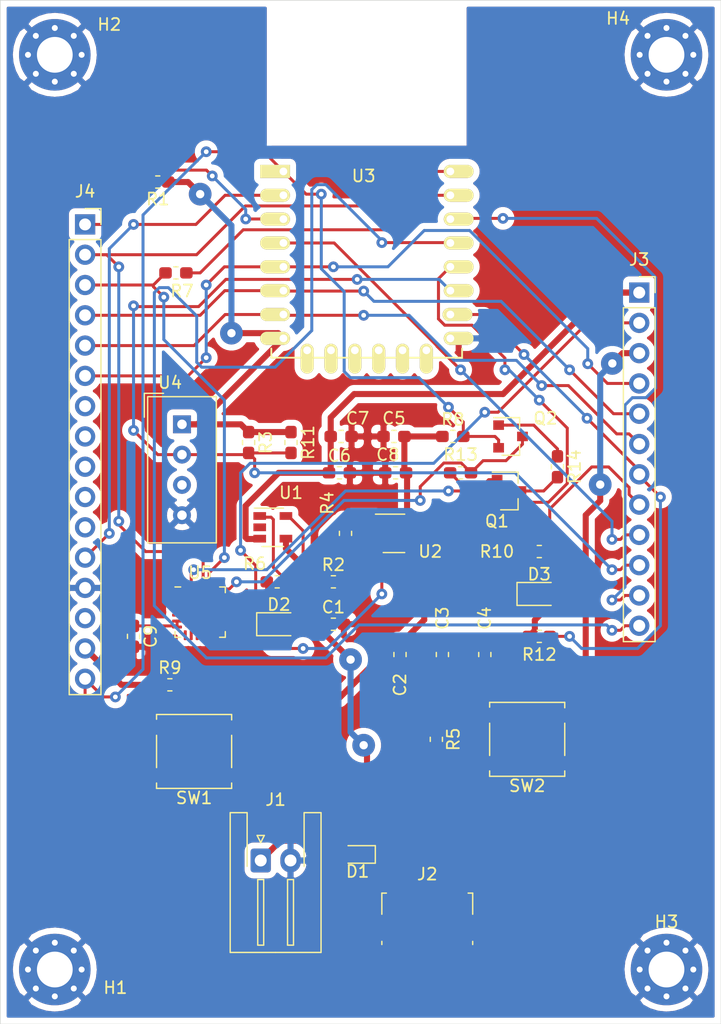
<source format=kicad_pcb>
(kicad_pcb (version 20171130) (host pcbnew "(5.1.1)-1")
  (title_block (title "IoT ESP8266 Board") (date 2020-11-16) (rev v1.0) (company "Universidad Sergio Arboleda") (comment 1 "Jhonatan Rodríguez"))
  (layers (0 F.Cu signal) (31 B.Cu signal) (34 B.Paste user) (35 F.Paste user) (36 B.SilkS user) (37 F.SilkS user) (38 B.Mask user) (39 F.Mask user) (44 Edge.Cuts user))
  (net 0 "")
  (net 1 GND)
  (net 2 VBUS)
  (net 3 +3V3)
  (net 4 +BATT)
  (net 5 "Net-(C9-Pad1)")
  (net 6 "Net-(D2-Pad1)")
  (net 7 "Net-(D3-Pad1)")
  (net 8 "Net-(J2-Pad2)")
  (net 9 "Net-(J2-Pad3)")
  (net 10 "Net-(J2-Pad4)")
  (net 11 "Net-(J2-Pad6)")
  (net 12 EN_REG)
  (net 13 GPIO14_SCK)
  (net 14 GPIO12_MISO)
  (net 15 GPIO13_MOSI)
  (net 16 GPIO15)
  (net 17 GPIO0)
  (net 18 GPIO16)
  (net 19 GPIO2)
  (net 20 GPIO5_SCL)
  (net 21 GPIO4_SDA)
  (net 22 EN)
  (net 23 TXD)
  (net 24 RXD)
  (net 25 "Net-(J4-Pad7)")
  (net 26 "Net-(J4-Pad8)")
  (net 27 "Net-(J4-Pad9)")
  (net 28 "Net-(J4-Pad10)")
  (net 29 "Net-(J4-Pad11)")
  (net 30 ADC0)
  (net 31 "Net-(J4-Pad14)")
  (net 32 RST)
  (net 33 DTR)
  (net 34 "Net-(Q1-Pad1)")
  (net 35 "Net-(Q2-Pad1)")
  (net 36 RTS)
  (net 37 "Net-(R2-Pad1)")
  (net 38 STAT)
  (net 39 "Net-(R7-Pad2)")
  (net 40 "Net-(R9-Pad2)")
  (net 41 "Net-(U2-Pad4)")
  (net 42 "Net-(U3-Pad17)")
  (net 43 "Net-(U3-Pad18)")
  (net 44 "Net-(U3-Pad19)")
  (net 45 "Net-(U3-Pad20)")
  (net 46 "Net-(U3-Pad21)")
  (net 47 "Net-(U3-Pad22)")
  (net 48 "Net-(U4-Pad3)")
  (net 49 "Net-(U5-Pad1)")
  (net 50 "Net-(U5-Pad10)")
  (net 51 "Net-(U5-Pad11)")
  (net 52 "Net-(U5-Pad12)")
  (net 53 "Net-(U5-Pad13)")
  (net 54 "Net-(U5-Pad14)")
  (net 55 "Net-(U5-Pad15)")
  (net 56 "Net-(U5-Pad16)")
  (net 57 "Net-(U5-Pad17)")
  (net 58 "Net-(U5-Pad18)")
  (net 59 "Net-(U5-Pad22)")
  (net 60 "Net-(U5-Pad24)")
  (module Connector_JST:JST_XH_S2B-XH-A-1_1x02_P2.50mm_Horizontal (layer F.Cu) (at 133.096 140.208)
    (fp_text reference J1 (at 1.25 -5.1) (layer F.SilkS))
    (fp_text value Conn_01x02)
    (pad 2 thru_hole oval (at 2.5 0) (size 1.7 2) (drill 1) (layers *.Cu *.Mask) (net 1 GND))
    (pad 1 thru_hole roundrect (at 0 0) (size 1.7 2) (drill 1) (layers *.Cu *.Mask) (roundrect_rratio 0.147059) (net 4 +BATT))
  )
  (module Capacitor_SMD:C_0603_1608Metric_Pad1.05x0.95mm_HandSolder (layer F.Cu) (at 139.192 120.396)
    (fp_text reference C1 (at 0 -1.43) (layer F.SilkS))
    (fp_text value 10u)
    (pad 2 smd roundrect (at 0.875 0) (size 1.05 0.95) (layers F.Cu F.Paste F.Mask) (net 1 GND))
    (pad 1 smd roundrect (at -0.875 0) (size 1.05 0.95) (layers F.Cu F.Paste F.Mask) (net 2 VBUS))
  )
  (module Capacitor_SMD:C_0603_1608Metric_Pad1.05x0.95mm_HandSolder (layer F.Cu) (at 144.78 122.936 270)
    (fp_text reference C2 (at 2.54 0 90) (layer F.SilkS))
    (fp_text value 10v)
    (pad 1 smd roundrect (at -0.875 0 270) (size 1.05 0.95) (layers F.Cu F.Paste F.Mask) (net 3 +3V3))
    (pad 2 smd roundrect (at 0.875 0 270) (size 1.05 0.95) (layers F.Cu F.Paste F.Mask) (net 1 GND))
  )
  (module Capacitor_SMD:C_0603_1608Metric_Pad1.05x0.95mm_HandSolder (layer F.Cu) (at 148.336 122.936 270)
    (fp_text reference C3 (at -3.048 0 90) (layer F.SilkS))
    (fp_text value 100n)
    (pad 2 smd roundrect (at 0.875 0 270) (size 1.05 0.95) (layers F.Cu F.Paste F.Mask) (net 1 GND))
    (pad 1 smd roundrect (at -0.875 0 270) (size 1.05 0.95) (layers F.Cu F.Paste F.Mask) (net 3 +3V3))
  )
  (module Capacitor_SMD:C_0603_1608Metric_Pad1.05x0.95mm_HandSolder (layer F.Cu) (at 151.892 122.936 270)
    (fp_text reference C4 (at -3.048 0 90) (layer F.SilkS))
    (fp_text value 1u)
    (pad 1 smd roundrect (at -0.875 0 270) (size 1.05 0.95) (layers F.Cu F.Paste F.Mask) (net 3 +3V3))
    (pad 2 smd roundrect (at 0.875 0 270) (size 1.05 0.95) (layers F.Cu F.Paste F.Mask) (net 1 GND))
  )
  (module Capacitor_SMD:C_0603_1608Metric_Pad1.05x0.95mm_HandSolder (layer F.Cu) (at 144.272 104.648 180)
    (fp_text reference C5 (at 0 1.524) (layer F.SilkS))
    (fp_text value 10u)
    (pad 2 smd roundrect (at 0.875 0 180) (size 1.05 0.95) (layers F.Cu F.Paste F.Mask) (net 1 GND))
    (pad 1 smd roundrect (at -0.875 0 180) (size 1.05 0.95) (layers F.Cu F.Paste F.Mask) (net 3 +3V3))
  )
  (module Capacitor_SMD:C_0603_1608Metric_Pad1.05x0.95mm_HandSolder (layer F.Cu) (at 139.7 107.696)
    (fp_text reference C6 (at 0 -1.43) (layer F.SilkS))
    (fp_text value 4.7u)
    (pad 1 smd roundrect (at -0.875 0) (size 1.05 0.95) (layers F.Cu F.Paste F.Mask) (net 4 +BATT))
    (pad 2 smd roundrect (at 0.875 0) (size 1.05 0.95) (layers F.Cu F.Paste F.Mask) (net 1 GND))
  )
  (module Capacitor_SMD:C_0603_1608Metric_Pad1.05x0.95mm_HandSolder (layer F.Cu) (at 139.841 104.648)
    (fp_text reference C7 (at 1.383 -1.524) (layer F.SilkS))
    (fp_text value 10u)
    (pad 1 smd roundrect (at -0.875 0) (size 1.05 0.95) (layers F.Cu F.Paste F.Mask) (net 4 +BATT))
    (pad 2 smd roundrect (at 0.875 0) (size 1.05 0.95) (layers F.Cu F.Paste F.Mask) (net 1 GND))
  )
  (module Capacitor_SMD:C_0603_1608Metric_Pad1.05x0.95mm_HandSolder (layer F.Cu) (at 144.413 107.696 180)
    (fp_text reference C8 (at 0.649 1.524) (layer F.SilkS))
    (fp_text value 100n)
    (pad 2 smd roundrect (at 0.875 0 180) (size 1.05 0.95) (layers F.Cu F.Paste F.Mask) (net 1 GND))
    (pad 1 smd roundrect (at -0.875 0 180) (size 1.05 0.95) (layers F.Cu F.Paste F.Mask) (net 3 +3V3))
  )
  (module Capacitor_SMD:C_0603_1608Metric_Pad1.05x0.95mm_HandSolder (layer F.Cu) (at 122.428 121.412 270)
    (fp_text reference C9 (at 0 -1.43 90) (layer F.SilkS))
    (fp_text value 1u)
    (pad 1 smd roundrect (at -0.875 0 270) (size 1.05 0.95) (layers F.Cu F.Paste F.Mask) (net 5 "Net-(C9-Pad1)"))
    (pad 2 smd roundrect (at 0.875 0 270) (size 1.05 0.95) (layers F.Cu F.Paste F.Mask) (net 1 GND))
  )
  (module Diode_SMD:D_0603_1608Metric (layer F.Cu) (at 141.224 139.7 180)
    (fp_text reference D1 (at 0 -1.43) (layer F.SilkS))
    (fp_text value D_Schottky)
    (pad 1 smd roundrect (at -0.7875 0 180) (size 0.875 0.95) (layers F.Cu F.Paste F.Mask) (net 2 VBUS))
    (pad 2 smd roundrect (at 0.7875 0 180) (size 0.875 0.95) (layers F.Cu F.Paste F.Mask) (net 4 +BATT))
  )
  (module LED_SMD:LED_0805_2012Metric_Pad1.15x1.40mm_HandSolder (layer F.Cu) (at 134.62 120.396)
    (fp_text reference D2 (at 0 -1.65) (layer F.SilkS))
    (fp_text value LED)
    (pad 1 smd roundrect (at -1.025 0) (size 1.15 1.4) (layers F.Cu F.Paste F.Mask) (roundrect_rratio 0.217391) (net 6 "Net-(D2-Pad1)"))
    (pad 2 smd roundrect (at 1.025 0) (size 1.15 1.4) (layers F.Cu F.Paste F.Mask) (roundrect_rratio 0.217391) (net 2 VBUS))
  )
  (module LED_SMD:LED_0805_2012Metric_Pad1.15x1.40mm_HandSolder (layer F.Cu) (at 156.455 117.856)
    (fp_text reference D3 (at 0 -1.65) (layer F.SilkS))
    (fp_text value LED)
    (pad 2 smd roundrect (at 1.025 0) (size 1.15 1.4) (layers F.Cu F.Paste F.Mask) (roundrect_rratio 0.217391) (net 3 +3V3))
    (pad 1 smd roundrect (at -1.025 0) (size 1.15 1.4) (layers F.Cu F.Paste F.Mask) (roundrect_rratio 0.217391) (net 7 "Net-(D3-Pad1)"))
  )
  (module MountingHole:MountingHole_3mm_Pad_Via (layer F.Cu) (at 115.824 149.352)
    (fp_text reference H1 (at 5.08 1.524) (layer F.SilkS))
    (fp_text value MountingHole_Pad)
    (pad 1 thru_hole circle (at 1.59099 -1.59099) (size 0.8 0.8) (drill 0.5) (layers *.Cu *.Mask) (net 1 GND))
    (pad 1 thru_hole circle (at 0 -2.25) (size 0.8 0.8) (drill 0.5) (layers *.Cu *.Mask) (net 1 GND))
    (pad 1 thru_hole circle (at -1.59099 -1.59099) (size 0.8 0.8) (drill 0.5) (layers *.Cu *.Mask) (net 1 GND))
    (pad 1 thru_hole circle (at -2.25 0) (size 0.8 0.8) (drill 0.5) (layers *.Cu *.Mask) (net 1 GND))
    (pad 1 thru_hole circle (at -1.59099 1.59099) (size 0.8 0.8) (drill 0.5) (layers *.Cu *.Mask) (net 1 GND))
    (pad 1 thru_hole circle (at 0 2.25) (size 0.8 0.8) (drill 0.5) (layers *.Cu *.Mask) (net 1 GND))
    (pad 1 thru_hole circle (at 1.59099 1.59099) (size 0.8 0.8) (drill 0.5) (layers *.Cu *.Mask) (net 1 GND))
    (pad 1 thru_hole circle (at 2.25 0) (size 0.8 0.8) (drill 0.5) (layers *.Cu *.Mask) (net 1 GND))
    (pad 1 thru_hole circle (at 0 0) (size 6 6) (drill 3) (layers *.Cu *.Mask) (net 1 GND))
  )
  (module MountingHole:MountingHole_3mm_Pad_Via (layer F.Cu) (at 115.824 72.644)
    (fp_text reference H2 (at 4.572 -2.54) (layer F.SilkS))
    (fp_text value MountingHole_Pad)
    (pad 1 thru_hole circle (at 0 0) (size 6 6) (drill 3) (layers *.Cu *.Mask) (net 1 GND))
    (pad 1 thru_hole circle (at 2.25 0) (size 0.8 0.8) (drill 0.5) (layers *.Cu *.Mask) (net 1 GND))
    (pad 1 thru_hole circle (at 1.59099 1.59099) (size 0.8 0.8) (drill 0.5) (layers *.Cu *.Mask) (net 1 GND))
    (pad 1 thru_hole circle (at 0 2.25) (size 0.8 0.8) (drill 0.5) (layers *.Cu *.Mask) (net 1 GND))
    (pad 1 thru_hole circle (at -1.59099 1.59099) (size 0.8 0.8) (drill 0.5) (layers *.Cu *.Mask) (net 1 GND))
    (pad 1 thru_hole circle (at -2.25 0) (size 0.8 0.8) (drill 0.5) (layers *.Cu *.Mask) (net 1 GND))
    (pad 1 thru_hole circle (at -1.59099 -1.59099) (size 0.8 0.8) (drill 0.5) (layers *.Cu *.Mask) (net 1 GND))
    (pad 1 thru_hole circle (at 0 -2.25) (size 0.8 0.8) (drill 0.5) (layers *.Cu *.Mask) (net 1 GND))
    (pad 1 thru_hole circle (at 1.59099 -1.59099) (size 0.8 0.8) (drill 0.5) (layers *.Cu *.Mask) (net 1 GND))
  )
  (module MountingHole:MountingHole_3mm_Pad_Via (layer F.Cu) (at 167.132 149.352)
    (fp_text reference H3 (at 0 -4) (layer F.SilkS))
    (fp_text value MountingHole_Pad)
    (pad 1 thru_hole circle (at 1.59099 -1.59099) (size 0.8 0.8) (drill 0.5) (layers *.Cu *.Mask) (net 1 GND))
    (pad 1 thru_hole circle (at 0 -2.25) (size 0.8 0.8) (drill 0.5) (layers *.Cu *.Mask) (net 1 GND))
    (pad 1 thru_hole circle (at -1.59099 -1.59099) (size 0.8 0.8) (drill 0.5) (layers *.Cu *.Mask) (net 1 GND))
    (pad 1 thru_hole circle (at -2.25 0) (size 0.8 0.8) (drill 0.5) (layers *.Cu *.Mask) (net 1 GND))
    (pad 1 thru_hole circle (at -1.59099 1.59099) (size 0.8 0.8) (drill 0.5) (layers *.Cu *.Mask) (net 1 GND))
    (pad 1 thru_hole circle (at 0 2.25) (size 0.8 0.8) (drill 0.5) (layers *.Cu *.Mask) (net 1 GND))
    (pad 1 thru_hole circle (at 1.59099 1.59099) (size 0.8 0.8) (drill 0.5) (layers *.Cu *.Mask) (net 1 GND))
    (pad 1 thru_hole circle (at 2.25 0) (size 0.8 0.8) (drill 0.5) (layers *.Cu *.Mask) (net 1 GND))
    (pad 1 thru_hole circle (at 0 0) (size 6 6) (drill 3) (layers *.Cu *.Mask) (net 1 GND))
  )
  (module MountingHole:MountingHole_3mm_Pad_Via (layer F.Cu) (at 167.132 72.644)
    (fp_text reference H4 (at -4.064 -3.048) (layer F.SilkS))
    (fp_text value MountingHole_Pad)
    (pad 1 thru_hole circle (at 0 0) (size 6 6) (drill 3) (layers *.Cu *.Mask) (net 1 GND))
    (pad 1 thru_hole circle (at 2.25 0) (size 0.8 0.8) (drill 0.5) (layers *.Cu *.Mask) (net 1 GND))
    (pad 1 thru_hole circle (at 1.59099 1.59099) (size 0.8 0.8) (drill 0.5) (layers *.Cu *.Mask) (net 1 GND))
    (pad 1 thru_hole circle (at 0 2.25) (size 0.8 0.8) (drill 0.5) (layers *.Cu *.Mask) (net 1 GND))
    (pad 1 thru_hole circle (at -1.59099 1.59099) (size 0.8 0.8) (drill 0.5) (layers *.Cu *.Mask) (net 1 GND))
    (pad 1 thru_hole circle (at -2.25 0) (size 0.8 0.8) (drill 0.5) (layers *.Cu *.Mask) (net 1 GND))
    (pad 1 thru_hole circle (at -1.59099 -1.59099) (size 0.8 0.8) (drill 0.5) (layers *.Cu *.Mask) (net 1 GND))
    (pad 1 thru_hole circle (at 0 -2.25) (size 0.8 0.8) (drill 0.5) (layers *.Cu *.Mask) (net 1 GND))
    (pad 1 thru_hole circle (at 1.59099 -1.59099) (size 0.8 0.8) (drill 0.5) (layers *.Cu *.Mask) (net 1 GND))
  )
  (module Connector_USB:USB_Micro-B_Molex_47346-0001 (layer F.Cu) (at 147.066 144.653)
    (fp_text reference J2 (at 0 -3.3 180) (layer F.SilkS))
    (fp_text value USB_B_Micro)
    (pad 1 smd rect (at -1.3 -1.46) (size 0.45 1.38) (layers F.Cu F.Paste F.Mask) (net 2 VBUS))
    (pad 2 smd rect (at -0.65 -1.46) (size 0.45 1.38) (layers F.Cu F.Paste F.Mask) (net 8 "Net-(J2-Pad2)"))
    (pad 3 smd rect (at 0 -1.46) (size 0.45 1.38) (layers F.Cu F.Paste F.Mask) (net 9 "Net-(J2-Pad3)"))
    (pad 4 smd rect (at 0.65 -1.46) (size 0.45 1.38) (layers F.Cu F.Paste F.Mask) (net 10 "Net-(J2-Pad4)"))
    (pad 5 smd rect (at 1.3 -1.46) (size 0.45 1.38) (layers F.Cu F.Paste F.Mask) (net 1 GND))
    (pad 6 smd rect (at -2.4625 -1.1) (size 1.475 2.1) (layers F.Cu F.Paste F.Mask) (net 11 "Net-(J2-Pad6)"))
    (pad 6 smd rect (at 2.4625 -1.1) (size 1.475 2.1) (layers F.Cu F.Paste F.Mask) (net 11 "Net-(J2-Pad6)"))
    (pad 6 smd rect (at -2.91 1.2) (size 2.375 1.9) (layers F.Cu F.Paste F.Mask) (net 11 "Net-(J2-Pad6)"))
    (pad 6 smd rect (at 2.91 1.2) (size 2.375 1.9) (layers F.Cu F.Paste F.Mask) (net 11 "Net-(J2-Pad6)"))
    (pad 6 smd rect (at -0.84 1.2) (size 1.175 1.9) (layers F.Cu F.Paste F.Mask) (net 11 "Net-(J2-Pad6)"))
    (pad 6 smd rect (at 0.84 1.2) (size 1.175 1.9) (layers F.Cu F.Paste F.Mask) (net 11 "Net-(J2-Pad6)"))
  )
  (module Connector_PinSocket_2.54mm:PinSocket_1x12_P2.54mm_Vertical (layer F.Cu) (at 164.846 92.583)
    (fp_text reference J3 (at 0 -2.77) (layer F.SilkS))
    (fp_text value Conn_01x12)
    (pad 1 thru_hole rect (at 0 0) (size 1.7 1.7) (drill 1) (layers *.Cu *.Mask) (net 4 +BATT))
    (pad 2 thru_hole oval (at 0 2.54) (size 1.7 1.7) (drill 1) (layers *.Cu *.Mask) (net 12 EN_REG))
    (pad 3 thru_hole oval (at 0 5.08) (size 1.7 1.7) (drill 1) (layers *.Cu *.Mask) (net 2 VBUS))
    (pad 4 thru_hole oval (at 0 7.62) (size 1.7 1.7) (drill 1) (layers *.Cu *.Mask) (net 13 GPIO14_SCK))
    (pad 5 thru_hole oval (at 0 10.16) (size 1.7 1.7) (drill 1) (layers *.Cu *.Mask) (net 14 GPIO12_MISO))
    (pad 6 thru_hole oval (at 0 12.7) (size 1.7 1.7) (drill 1) (layers *.Cu *.Mask) (net 15 GPIO13_MOSI))
    (pad 7 thru_hole oval (at 0 15.24) (size 1.7 1.7) (drill 1) (layers *.Cu *.Mask) (net 16 GPIO15))
    (pad 8 thru_hole oval (at 0 17.78) (size 1.7 1.7) (drill 1) (layers *.Cu *.Mask) (net 17 GPIO0))
    (pad 9 thru_hole oval (at 0 20.32) (size 1.7 1.7) (drill 1) (layers *.Cu *.Mask) (net 18 GPIO16))
    (pad 10 thru_hole oval (at 0 22.86) (size 1.7 1.7) (drill 1) (layers *.Cu *.Mask) (net 19 GPIO2))
    (pad 11 thru_hole oval (at 0 25.4) (size 1.7 1.7) (drill 1) (layers *.Cu *.Mask) (net 20 GPIO5_SCL))
    (pad 12 thru_hole oval (at 0 27.94) (size 1.7 1.7) (drill 1) (layers *.Cu *.Mask) (net 21 GPIO4_SDA))
  )
  (module Connector_PinSocket_2.54mm:PinSocket_1x16_P2.54mm_Vertical (layer F.Cu) (at 118.364 86.868)
    (fp_text reference J4 (at 0 -2.77) (layer F.SilkS))
    (fp_text value Conn_01x16)
    (pad 1 thru_hole rect (at 0 0) (size 1.7 1.7) (drill 1) (layers *.Cu *.Mask) (net 22 EN))
    (pad 2 thru_hole oval (at 0 2.54) (size 1.7 1.7) (drill 1) (layers *.Cu *.Mask) (net 23 TXD))
    (pad 3 thru_hole oval (at 0 5.08) (size 1.7 1.7) (drill 1) (layers *.Cu *.Mask) (net 24 RXD))
    (pad 4 thru_hole oval (at 0 7.62) (size 1.7 1.7) (drill 1) (layers *.Cu *.Mask) (net 14 GPIO12_MISO))
    (pad 5 thru_hole oval (at 0 10.16) (size 1.7 1.7) (drill 1) (layers *.Cu *.Mask) (net 15 GPIO13_MOSI))
    (pad 6 thru_hole oval (at 0 12.7) (size 1.7 1.7) (drill 1) (layers *.Cu *.Mask) (net 13 GPIO14_SCK))
    (pad 7 thru_hole oval (at 0 15.24) (size 1.7 1.7) (drill 1) (layers *.Cu *.Mask) (net 25 "Net-(J4-Pad7)"))
    (pad 8 thru_hole oval (at 0 17.78) (size 1.7 1.7) (drill 1) (layers *.Cu *.Mask) (net 26 "Net-(J4-Pad8)"))
    (pad 9 thru_hole oval (at 0 20.32) (size 1.7 1.7) (drill 1) (layers *.Cu *.Mask) (net 27 "Net-(J4-Pad9)"))
    (pad 10 thru_hole oval (at 0 22.86) (size 1.7 1.7) (drill 1) (layers *.Cu *.Mask) (net 28 "Net-(J4-Pad10)"))
    (pad 11 thru_hole oval (at 0 25.4) (size 1.7 1.7) (drill 1) (layers *.Cu *.Mask) (net 29 "Net-(J4-Pad11)"))
    (pad 12 thru_hole oval (at 0 27.94) (size 1.7 1.7) (drill 1) (layers *.Cu *.Mask) (net 30 ADC0))
    (pad 13 thru_hole oval (at 0 30.48) (size 1.7 1.7) (drill 1) (layers *.Cu *.Mask) (net 1 GND))
    (pad 14 thru_hole oval (at 0 33.02) (size 1.7 1.7) (drill 1) (layers *.Cu *.Mask) (net 31 "Net-(J4-Pad14)"))
    (pad 15 thru_hole oval (at 0 35.56) (size 1.7 1.7) (drill 1) (layers *.Cu *.Mask) (net 3 +3V3))
    (pad 16 thru_hole oval (at 0 38.1) (size 1.7 1.7) (drill 1) (layers *.Cu *.Mask) (net 32 RST))
  )
  (module Package_TO_SOT_SMD:SOT-23 (layer F.Cu) (at 153.924 109.22)
    (fp_text reference Q1 (at -1.016 2.54) (layer F.SilkS))
    (fp_text value Q_NPN_BCE)
    (pad 3 smd rect (at 1 0) (size 0.9 0.8) (layers F.Cu F.Paste F.Mask) (net 33 DTR))
    (pad 2 smd rect (at -1 0.95) (size 0.9 0.8) (layers F.Cu F.Paste F.Mask) (net 17 GPIO0))
    (pad 1 smd rect (at -1 -0.95) (size 0.9 0.8) (layers F.Cu F.Paste F.Mask) (net 34 "Net-(Q1-Pad1)"))
  )
  (module Package_TO_SOT_SMD:SOT-23 (layer F.Cu) (at 154.051 104.648)
    (fp_text reference Q2 (at 2.921 -1.524) (layer F.SilkS))
    (fp_text value Q_NPN_BCE)
    (pad 1 smd rect (at -1 -0.95) (size 0.9 0.8) (layers F.Cu F.Paste F.Mask) (net 35 "Net-(Q2-Pad1)"))
    (pad 2 smd rect (at -1 0.95) (size 0.9 0.8) (layers F.Cu F.Paste F.Mask) (net 32 RST))
    (pad 3 smd rect (at 1 0) (size 0.9 0.8) (layers F.Cu F.Paste F.Mask) (net 36 RTS))
  )
  (module Resistor_SMD:R_0603_1608Metric_Pad1.05x0.95mm_HandSolder (layer F.Cu) (at 124.46 83.312 180)
    (fp_text reference R1 (at 0 -1.43) (layer F.SilkS))
    (fp_text value 10k)
    (pad 2 smd roundrect (at 0.875 0 180) (size 1.05 0.95) (layers F.Cu F.Paste F.Mask) (net 22 EN))
    (pad 1 smd roundrect (at -0.875 0 180) (size 1.05 0.95) (layers F.Cu F.Paste F.Mask) (net 3 +3V3))
  )
  (module Resistor_SMD:R_0603_1608Metric_Pad1.05x0.95mm_HandSolder (layer F.Cu) (at 139.192 116.84)
    (fp_text reference R2 (at 0 -1.43) (layer F.SilkS))
    (fp_text value 2K)
    (pad 2 smd roundrect (at 0.875 0) (size 1.05 0.95) (layers F.Cu F.Paste F.Mask) (net 1 GND))
    (pad 1 smd roundrect (at -0.875 0) (size 1.05 0.95) (layers F.Cu F.Paste F.Mask) (net 37 "Net-(R2-Pad1)"))
  )
  (module Resistor_SMD:R_0603_1608Metric_Pad1.05x0.95mm_HandSolder (layer F.Cu) (at 132.08 105.156 270)
    (fp_text reference R3 (at 0 -1.43 90) (layer F.SilkS))
    (fp_text value 10k)
    (pad 2 smd roundrect (at 0.875 0 270) (size 1.05 0.95) (layers F.Cu F.Paste F.Mask) (net 19 GPIO2))
    (pad 1 smd roundrect (at -0.875 0 270) (size 1.05 0.95) (layers F.Cu F.Paste F.Mask) (net 3 +3V3))
  )
  (module Resistor_SMD:R_0603_1608Metric_Pad1.05x0.95mm_HandSolder (layer F.Cu) (at 140.208 112.776 270)
    (fp_text reference R4 (at -2.54 1.524 90) (layer F.SilkS))
    (fp_text value 10k)
    (pad 2 smd roundrect (at 0.875 0 270) (size 1.05 0.95) (layers F.Cu F.Paste F.Mask) (net 12 EN_REG))
    (pad 1 smd roundrect (at -0.875 0 270) (size 1.05 0.95) (layers F.Cu F.Paste F.Mask) (net 2 VBUS))
  )
  (module Resistor_SMD:R_0603_1608Metric_Pad1.05x0.95mm_HandSolder (layer F.Cu) (at 147.828 130.048 270)
    (fp_text reference R5 (at 0 -1.43 90) (layer F.SilkS))
    (fp_text value 10k)
    (pad 1 smd roundrect (at -0.875 0 270) (size 1.05 0.95) (layers F.Cu F.Paste F.Mask) (net 16 GPIO15))
    (pad 2 smd roundrect (at 0.875 0 270) (size 1.05 0.95) (layers F.Cu F.Paste F.Mask) (net 1 GND))
  )
  (module Resistor_SMD:R_0603_1608Metric_Pad1.05x0.95mm_HandSolder (layer F.Cu) (at 134.479 116.84)
    (fp_text reference R6 (at -1.891 -1.524) (layer F.SilkS))
    (fp_text value 1k)
    (pad 1 smd roundrect (at -0.875 0) (size 1.05 0.95) (layers F.Cu F.Paste F.Mask) (net 6 "Net-(D2-Pad1)"))
    (pad 2 smd roundrect (at 0.875 0) (size 1.05 0.95) (layers F.Cu F.Paste F.Mask) (net 38 STAT))
  )
  (module Resistor_SMD:R_0603_1608Metric_Pad1.05x0.95mm_HandSolder (layer F.Cu) (at 125.984 90.932)
    (fp_text reference R7 (at 0.508 1.524) (layer F.SilkS))
    (fp_text value 1k)
    (pad 2 smd roundrect (at 0.875 0) (size 1.05 0.95) (layers F.Cu F.Paste F.Mask) (net 39 "Net-(R7-Pad2)"))
    (pad 1 smd roundrect (at -0.875 0) (size 1.05 0.95) (layers F.Cu F.Paste F.Mask) (net 24 RXD))
  )
  (module Resistor_SMD:R_0603_1608Metric_Pad1.05x0.95mm_HandSolder (layer F.Cu) (at 149.211 104.648)
    (fp_text reference R8 (at 0 -1.43) (layer F.SilkS))
    (fp_text value 10k)
    (pad 1 smd roundrect (at -0.875 0) (size 1.05 0.95) (layers F.Cu F.Paste F.Mask) (net 3 +3V3))
    (pad 2 smd roundrect (at 0.875 0) (size 1.05 0.95) (layers F.Cu F.Paste F.Mask) (net 32 RST))
  )
  (module Resistor_SMD:R_0603_1608Metric_Pad1.05x0.95mm_HandSolder (layer F.Cu) (at 125.476 125.476)
    (fp_text reference R9 (at 0 -1.43) (layer F.SilkS))
    (fp_text value 10k)
    (pad 2 smd roundrect (at 0.875 0) (size 1.05 0.95) (layers F.Cu F.Paste F.Mask) (net 40 "Net-(R9-Pad2)"))
    (pad 1 smd roundrect (at -0.875 0) (size 1.05 0.95) (layers F.Cu F.Paste F.Mask) (net 3 +3V3))
  )
  (module Resistor_SMD:R_0603_1608Metric_Pad1.05x0.95mm_HandSolder (layer F.Cu) (at 156.464 114.3)
    (fp_text reference R10 (at -3.556 0) (layer F.SilkS))
    (fp_text value 1k)
    (pad 1 smd roundrect (at -0.875 0) (size 1.05 0.95) (layers F.Cu F.Paste F.Mask) (net 7 "Net-(D3-Pad1)"))
    (pad 2 smd roundrect (at 0.875 0) (size 1.05 0.95) (layers F.Cu F.Paste F.Mask) (net 17 GPIO0))
  )
  (module Resistor_SMD:R_0603_1608Metric_Pad1.05x0.95mm_HandSolder (layer F.Cu) (at 135.636 105.156 270)
    (fp_text reference R11 (at 0 -1.43 90) (layer F.SilkS))
    (fp_text value 4k7)
    (pad 1 smd roundrect (at -0.875 0 270) (size 1.05 0.95) (layers F.Cu F.Paste F.Mask) (net 3 +3V3))
    (pad 2 smd roundrect (at 0.875 0 270) (size 1.05 0.95) (layers F.Cu F.Paste F.Mask) (net 19 GPIO2))
  )
  (module Resistor_SMD:R_0603_1608Metric_Pad1.05x0.95mm_HandSolder (layer F.Cu) (at 156.464 121.412)
    (fp_text reference R12 (at 0 1.524) (layer F.SilkS))
    (fp_text value 10k)
    (pad 1 smd roundrect (at -0.875 0) (size 1.05 0.95) (layers F.Cu F.Paste F.Mask) (net 3 +3V3))
    (pad 2 smd roundrect (at 0.875 0) (size 1.05 0.95) (layers F.Cu F.Paste F.Mask) (net 16 GPIO15))
  )
  (module Resistor_SMD:R_0603_1608Metric_Pad1.05x0.95mm_HandSolder (layer F.Cu) (at 149.86 107.696)
    (fp_text reference R13 (at 0 -1.524) (layer F.SilkS))
    (fp_text value 10k)
    (pad 2 smd roundrect (at 0.875 0) (size 1.05 0.95) (layers F.Cu F.Paste F.Mask) (net 36 RTS))
    (pad 1 smd roundrect (at -0.875 0) (size 1.05 0.95) (layers F.Cu F.Paste F.Mask) (net 34 "Net-(Q1-Pad1)"))
  )
  (module Resistor_SMD:R_0603_1608Metric_Pad1.05x0.95mm_HandSolder (layer F.Cu) (at 157.988 107.188 270)
    (fp_text reference R14 (at 0 -1.43 90) (layer F.SilkS))
    (fp_text value 10k)
    (pad 1 smd roundrect (at -0.875 0 270) (size 1.05 0.95) (layers F.Cu F.Paste F.Mask) (net 35 "Net-(Q2-Pad1)"))
    (pad 2 smd roundrect (at 0.875 0 270) (size 1.05 0.95) (layers F.Cu F.Paste F.Mask) (net 33 DTR))
  )
  (module Button_Switch_SMD:SW_SPST_EVPBF (layer F.Cu) (at 127.508 131.064 180)
    (fp_text reference SW1 (at 0 -3.9) (layer F.SilkS))
    (fp_text value SW_Push)
    (pad 2 smd rect (at 2.88 2 180) (size 2.75 1) (layers F.Cu F.Paste F.Mask) (net 32 RST))
    (pad 2 smd rect (at -2.88 2 180) (size 2.75 1) (layers F.Cu F.Paste F.Mask) (net 32 RST))
    (pad 1 smd rect (at -2.88 -2 180) (size 2.75 1) (layers F.Cu F.Paste F.Mask) (net 1 GND))
    (pad 1 smd rect (at 2.88 -2 180) (size 2.75 1) (layers F.Cu F.Paste F.Mask) (net 1 GND))
  )
  (module Button_Switch_SMD:SW_SPST_EVPBF (layer F.Cu) (at 155.448 130.048 180)
    (fp_text reference SW2 (at 0 -3.9 180) (layer F.SilkS))
    (fp_text value SW_Push)
    (pad 1 smd rect (at 2.88 -2 180) (size 2.75 1) (layers F.Cu F.Paste F.Mask) (net 1 GND))
    (pad 1 smd rect (at -2.88 -2 180) (size 2.75 1) (layers F.Cu F.Paste F.Mask) (net 1 GND))
    (pad 2 smd rect (at -2.88 2 180) (size 2.75 1) (layers F.Cu F.Paste F.Mask) (net 16 GPIO15))
    (pad 2 smd rect (at 2.88 2 180) (size 2.75 1) (layers F.Cu F.Paste F.Mask) (net 16 GPIO15))
  )
  (module Package_TO_SOT_SMD:SOT-23-5 (layer F.Cu) (at 134.112 112.268)
    (fp_text reference U1 (at 1.524 -2.9) (layer F.SilkS))
    (fp_text value MCP73831-2-OT)
    (pad 5 smd rect (at 1.1 -0.95) (size 1.06 0.65) (layers F.Cu F.Paste F.Mask) (net 37 "Net-(R2-Pad1)"))
    (pad 4 smd rect (at 1.1 0.95) (size 1.06 0.65) (layers F.Cu F.Paste F.Mask) (net 2 VBUS))
    (pad 3 smd rect (at -1.1 0.95) (size 1.06 0.65) (layers F.Cu F.Paste F.Mask) (net 4 +BATT))
    (pad 2 smd rect (at -1.1 0) (size 1.06 0.65) (layers F.Cu F.Paste F.Mask) (net 1 GND))
    (pad 1 smd rect (at -1.1 -0.95) (size 1.06 0.65) (layers F.Cu F.Paste F.Mask) (net 38 STAT))
  )
  (module Package_TO_SOT_SMD:SOT-23-5 (layer F.Cu) (at 144.272 112.776)
    (fp_text reference U2 (at 3.048 1.524) (layer F.SilkS))
    (fp_text value AP2127K-3.3)
    (pad 1 smd rect (at -1.1 -0.95) (size 1.06 0.65) (layers F.Cu F.Paste F.Mask) (net 2 VBUS))
    (pad 2 smd rect (at -1.1 0) (size 1.06 0.65) (layers F.Cu F.Paste F.Mask) (net 1 GND))
    (pad 3 smd rect (at -1.1 0.95) (size 1.06 0.65) (layers F.Cu F.Paste F.Mask) (net 12 EN_REG))
    (pad 4 smd rect (at 1.1 0.95) (size 1.06 0.65) (layers F.Cu F.Paste F.Mask) (net 41 "Net-(U2-Pad4)"))
    (pad 5 smd rect (at 1.1 -0.95) (size 1.06 0.65) (layers F.Cu F.Paste F.Mask) (net 3 +3V3))
  )
  (module ESP8266:ESP-12E (layer F.Cu) (at 135.001 82.423)
    (fp_text reference U3 (at 6.731 0.381) (layer F.SilkS))
    (fp_text value ESP-12F hide)
    (pad 1 thru_hole rect (at 0 0) (size 2.5 1.1) (drill 0.65 (offset -0.7 0)) (layers *.Cu *.Mask F.SilkS) (net 32 RST))
    (pad 2 thru_hole oval (at 0 2) (size 2.5 1.1) (drill 0.65 (offset -0.7 0)) (layers *.Cu *.Mask F.SilkS) (net 30 ADC0))
    (pad 3 thru_hole oval (at 0 4) (size 2.5 1.1) (drill 0.65 (offset -0.7 0)) (layers *.Cu *.Mask F.SilkS) (net 22 EN))
    (pad 4 thru_hole oval (at 0 6) (size 2.5 1.1) (drill 0.65 (offset -0.7 0)) (layers *.Cu *.Mask F.SilkS) (net 18 GPIO16))
    (pad 5 thru_hole oval (at 0 8) (size 2.5 1.1) (drill 0.65 (offset -0.7 0)) (layers *.Cu *.Mask F.SilkS) (net 13 GPIO14_SCK))
    (pad 6 thru_hole oval (at 0 10) (size 2.5 1.1) (drill 0.65 (offset -0.7 0)) (layers *.Cu *.Mask F.SilkS) (net 14 GPIO12_MISO))
    (pad 7 thru_hole oval (at 0 12) (size 2.5 1.1) (drill 0.65 (offset -0.7 0)) (layers *.Cu *.Mask F.SilkS) (net 15 GPIO13_MOSI))
    (pad 8 thru_hole oval (at 0 14) (size 2.5 1.1) (drill 0.65 (offset -0.7 0)) (layers *.Cu *.Mask F.SilkS) (net 3 +3V3))
    (pad 9 thru_hole oval (at 14 14) (size 2.5 1.1) (drill 0.65 (offset 0.7 0)) (layers *.Cu *.Mask F.SilkS) (net 1 GND))
    (pad 10 thru_hole oval (at 14 12) (size 2.5 1.1) (drill 0.65 (offset 0.6 0)) (layers *.Cu *.Mask F.SilkS) (net 16 GPIO15))
    (pad 11 thru_hole oval (at 14 10) (size 2.5 1.1) (drill 0.65 (offset 0.7 0)) (layers *.Cu *.Mask F.SilkS) (net 19 GPIO2))
    (pad 12 thru_hole oval (at 14 8) (size 2.5 1.1) (drill 0.65 (offset 0.7 0)) (layers *.Cu *.Mask F.SilkS) (net 17 GPIO0))
    (pad 13 thru_hole oval (at 14 6) (size 2.5 1.1) (drill 0.65 (offset 0.7 0)) (layers *.Cu *.Mask F.SilkS) (net 21 GPIO4_SDA))
    (pad 14 thru_hole oval (at 14 4) (size 2.5 1.1) (drill 0.65 (offset 0.7 0)) (layers *.Cu *.Mask F.SilkS) (net 20 GPIO5_SCL))
    (pad 15 thru_hole oval (at 14 2) (size 2.5 1.1) (drill 0.65 (offset 0.7 0)) (layers *.Cu *.Mask F.SilkS) (net 39 "Net-(R7-Pad2)"))
    (pad 16 thru_hole oval (at 14 0) (size 2.5 1.1) (drill 0.65 (offset 0.7 0)) (layers *.Cu *.Mask F.SilkS) (net 23 TXD))
    (pad 17 thru_hole oval (at 1.99 15 90) (size 2.5 1.1) (drill 0.65 (offset -0.7 0)) (layers *.Cu *.Mask F.SilkS) (net 42 "Net-(U3-Pad17)"))
    (pad 18 thru_hole oval (at 3.99 15 90) (size 2.5 1.1) (drill 0.65 (offset -0.7 0)) (layers *.Cu *.Mask F.SilkS) (net 43 "Net-(U3-Pad18)"))
    (pad 19 thru_hole oval (at 5.99 15 90) (size 2.5 1.1) (drill 0.65 (offset -0.7 0)) (layers *.Cu *.Mask F.SilkS) (net 44 "Net-(U3-Pad19)"))
    (pad 20 thru_hole oval (at 7.99 15 90) (size 2.5 1.1) (drill 0.65 (offset -0.7 0)) (layers *.Cu *.Mask F.SilkS) (net 45 "Net-(U3-Pad20)"))
    (pad 21 thru_hole oval (at 9.99 15 90) (size 2.5 1.1) (drill 0.65 (offset -0.7 0)) (layers *.Cu *.Mask F.SilkS) (net 46 "Net-(U3-Pad21)"))
    (pad 22 thru_hole oval (at 11.99 15 90) (size 2.5 1.1) (drill 0.65 (offset -0.7 0)) (layers *.Cu *.Mask F.SilkS) (net 47 "Net-(U3-Pad22)"))
  )
  (module Sensor:Aosong_DHT11_5.5x12.0_P2.54mm (layer F.Cu) (at 126.492 103.632)
    (fp_text reference U4 (at -1 -3.5) (layer F.SilkS))
    (fp_text value DHT11)
    (pad 1 thru_hole rect (at 0 0) (size 1.5 1.5) (drill 0.8) (layers *.Cu *.Mask) (net 3 +3V3))
    (pad 2 thru_hole circle (at 0 2.54) (size 1.5 1.5) (drill 0.8) (layers *.Cu *.Mask) (net 19 GPIO2))
    (pad 3 thru_hole circle (at 0 5.08) (size 1.5 1.5) (drill 0.8) (layers *.Cu *.Mask) (net 48 "Net-(U4-Pad3)"))
    (pad 4 thru_hole circle (at 0 7.62) (size 1.5 1.5) (drill 0.8) (layers *.Cu *.Mask) (net 1 GND))
  )
  (module Package_DFN_QFN:QFN-24-1EP_4x4mm_P0.5mm_EP2.6x2.6mm (layer F.Cu) (at 128.016 119.38)
    (fp_text reference U5 (at 0 -3.3) (layer F.SilkS))
    (fp_text value CP2102N-A01-GQFN24_C)
    (pad 25 smd roundrect (at 0 0) (size 2.6 2.6) (layers F.Cu F.Mask) (roundrect_rratio 0.096154) (net 1 GND))
    (pad 1 smd roundrect (at -1.9375 -1.25) (size 0.825 0.25) (layers F.Cu F.Paste F.Mask) (net 49 "Net-(U5-Pad1)"))
    (pad 2 smd roundrect (at -1.9375 -0.75) (size 0.825 0.25) (layers F.Cu F.Paste F.Mask) (net 1 GND))
    (pad 3 smd roundrect (at -1.9375 -0.25) (size 0.825 0.25) (layers F.Cu F.Paste F.Mask) (net 9 "Net-(J2-Pad3)"))
    (pad 4 smd roundrect (at -1.9375 0.25) (size 0.825 0.25) (layers F.Cu F.Paste F.Mask) (net 8 "Net-(J2-Pad2)"))
    (pad 5 smd roundrect (at -1.9375 0.75) (size 0.825 0.25) (layers F.Cu F.Paste F.Mask) (net 5 "Net-(C9-Pad1)"))
    (pad 6 smd roundrect (at -1.9375 1.25) (size 0.825 0.25) (layers F.Cu F.Paste F.Mask) (net 5 "Net-(C9-Pad1)"))
    (pad 7 smd roundrect (at -1.25 1.9375) (size 0.25 0.825) (layers F.Cu F.Paste F.Mask) (net 2 VBUS))
    (pad 8 smd roundrect (at -0.75 1.9375) (size 0.25 0.825) (layers F.Cu F.Paste F.Mask) (net 2 VBUS))
    (pad 9 smd roundrect (at -0.25 1.9375) (size 0.25 0.825) (layers F.Cu F.Paste F.Mask) (net 40 "Net-(R9-Pad2)"))
    (pad 10 smd roundrect (at 0.25 1.9375) (size 0.25 0.825) (layers F.Cu F.Paste F.Mask) (net 50 "Net-(U5-Pad10)"))
    (pad 11 smd roundrect (at 0.75 1.9375) (size 0.25 0.825) (layers F.Cu F.Paste F.Mask) (net 51 "Net-(U5-Pad11)"))
    (pad 12 smd roundrect (at 1.25 1.9375) (size 0.25 0.825) (layers F.Cu F.Paste F.Mask) (net 52 "Net-(U5-Pad12)"))
    (pad 13 smd roundrect (at 1.9375 1.25) (size 0.825 0.25) (layers F.Cu F.Paste F.Mask) (net 53 "Net-(U5-Pad13)"))
    (pad 14 smd roundrect (at 1.9375 0.75) (size 0.825 0.25) (layers F.Cu F.Paste F.Mask) (net 54 "Net-(U5-Pad14)"))
    (pad 15 smd roundrect (at 1.9375 0.25) (size 0.825 0.25) (layers F.Cu F.Paste F.Mask) (net 55 "Net-(U5-Pad15)"))
    (pad 16 smd roundrect (at 1.9375 -0.25) (size 0.825 0.25) (layers F.Cu F.Paste F.Mask) (net 56 "Net-(U5-Pad16)"))
    (pad 17 smd roundrect (at 1.9375 -0.75) (size 0.825 0.25) (layers F.Cu F.Paste F.Mask) (net 57 "Net-(U5-Pad17)"))
    (pad 18 smd roundrect (at 1.9375 -1.25) (size 0.825 0.25) (layers F.Cu F.Paste F.Mask) (net 58 "Net-(U5-Pad18)"))
    (pad 19 smd roundrect (at 1.25 -1.9375) (size 0.25 0.825) (layers F.Cu F.Paste F.Mask) (net 36 RTS))
    (pad 20 smd roundrect (at 0.75 -1.9375) (size 0.25 0.825) (layers F.Cu F.Paste F.Mask) (net 24 RXD))
    (pad 21 smd roundrect (at 0.25 -1.9375) (size 0.25 0.825) (layers F.Cu F.Paste F.Mask) (net 23 TXD))
    (pad 22 smd roundrect (at -0.25 -1.9375) (size 0.25 0.825) (layers F.Cu F.Paste F.Mask) (net 59 "Net-(U5-Pad22)"))
    (pad 23 smd roundrect (at -0.75 -1.9375) (size 0.25 0.825) (layers F.Cu F.Paste F.Mask) (net 33 DTR))
    (pad 24 smd roundrect (at -1.25 -1.9375) (size 0.25 0.825) (layers F.Cu F.Paste F.Mask) (net 60 "Net-(U5-Pad24)"))
  )
  (gr_line (start 111.252 68.072) (end 111.252 153.924) (layer Edge.Cuts) (width 0.05))
  (gr_line (start 171.704 68.072) (end 111.252 68.072) (layer Edge.Cuts) (width 0.05))
  (gr_line (start 171.704 153.924) (end 171.704 68.072) (layer Edge.Cuts) (width 0.05))
  (gr_line (start 111.252 153.924) (end 171.704 153.924) (layer Edge.Cuts) (width 0.05))
  (segment (start 138.317 120.396) (end 135.645 120.396) (width 0.508) (layer F.Cu) (net 2))
  (segment (start 143.142999 111.796999) (end 143.172 111.796999) (width 0.508) (layer F.Cu) (net 2))
  (segment (start 142.747928 111.401928) (end 143.142999 111.796999) (width 0.508) (layer F.Cu) (net 2))
  (segment (start 140.208 111.901) (end 140.707072 111.401928) (width 0.508) (layer F.Cu) (net 2))
  (segment (start 140.707072 111.401928) (end 142.747928 111.401928) (width 0.508) (layer F.Cu) (net 2))
  (segment (start 135.212 114.051) (end 135.212 113.218) (width 0.508) (layer F.Cu) (net 2))
  (segment (start 137.13799 115.97699) (end 135.212 114.051) (width 0.508) (layer F.Cu) (net 2))
  (segment (start 135.645 120.396) (end 137.13799 118.90301) (width 0.508) (layer F.Cu) (net 2))
  (segment (start 137.13799 118.90301) (end 137.13799 118.38601) (width 0.508) (layer F.Cu) (net 2))
  (segment (start 137.13799 118.38601) (end 137.13799 115.97699) (width 0.508) (layer F.Cu) (net 2))
  (segment (start 139.789778 118.90301) (end 141.732 116.960788) (width 0.508) (layer F.Cu) (net 2))
  (segment (start 137.13799 118.90301) (end 139.789778 118.90301) (width 0.508) (layer F.Cu) (net 2))
  (segment (start 139.601222 114.83001) (end 138.684 113.912788) (width 0.508) (layer F.Cu) (net 2))
  (segment (start 139.842798 114.83001) (end 139.601222 114.83001) (width 0.508) (layer F.Cu) (net 2))
  (segment (start 141.732 116.960788) (end 141.732 116.719212) (width 0.508) (layer F.Cu) (net 2))
  (segment (start 141.732 116.719212) (end 139.842798 114.83001) (width 0.508) (layer F.Cu) (net 2))
  (segment (start 139.633 111.901) (end 140.208 111.901) (width 0.508) (layer F.Cu) (net 2))
  (segment (start 138.684 112.85) (end 139.633 111.901) (width 0.508) (layer F.Cu) (net 2))
  (segment (start 138.684 113.912788) (end 138.684 112.85) (width 0.508) (layer F.Cu) (net 2))
  (via (at 141.732 130.5415) (size 1.905) (drill 0.7) (layers F.Cu B.Cu) (net 2))
  (segment (start 142.0115 130.821) (end 141.732 130.5415) (width 0.508) (layer F.Cu) (net 2))
  (via (at 140.633032 123.361032) (size 1.905) (drill 0.7) (layers F.Cu B.Cu) (net 2))
  (segment (start 141.732 130.5415) (end 140.633032 129.442532) (width 0.508) (layer B.Cu) (net 2))
  (segment (start 140.633032 129.442532) (end 140.633032 123.361032) (width 0.508) (layer B.Cu) (net 2))
  (segment (start 138.317 121.045) (end 138.317 120.396) (width 0.508) (layer F.Cu) (net 2))
  (segment (start 140.633032 123.361032) (end 138.317 121.045) (width 0.508) (layer F.Cu) (net 2))
  (via (at 162.588751 98.523249) (size 1.905) (drill 0.7) (layers F.Cu B.Cu) (net 2))
  (segment (start 164.846 97.663) (end 163.449 97.663) (width 0.508) (layer F.Cu) (net 2))
  (segment (start 163.449 97.663) (end 162.588751 98.523249) (width 0.508) (layer F.Cu) (net 2))
  (via (at 161.572751 108.683249) (size 1.905) (drill 0.7) (layers F.Cu B.Cu) (net 2))
  (segment (start 162.588751 98.523249) (end 161.572751 99.539249) (width 0.508) (layer B.Cu) (net 2))
  (segment (start 161.572751 99.539249) (end 161.572751 108.683249) (width 0.508) (layer B.Cu) (net 2))
  (segment (start 160.357001 133.071201) (end 158.808202 134.62) (width 0.508) (layer F.Cu) (net 2))
  (segment (start 160.357001 111.246037) (end 160.357001 133.071201) (width 0.508) (layer F.Cu) (net 2))
  (segment (start 161.572751 108.683249) (end 161.572751 110.030287) (width 0.508) (layer F.Cu) (net 2))
  (segment (start 161.572751 110.030287) (end 160.357001 111.246037) (width 0.508) (layer F.Cu) (net 2))
  (segment (start 143.815 134.62) (end 142.0115 132.8165) (width 0.508) (layer F.Cu) (net 2))
  (segment (start 158.808202 134.62) (end 143.815 134.62) (width 0.508) (layer F.Cu) (net 2))
  (segment (start 142.0115 139.7) (end 142.0115 132.8165) (width 0.508) (layer F.Cu) (net 2))
  (segment (start 142.0115 132.8165) (end 142.0115 130.821) (width 0.508) (layer F.Cu) (net 2))
  (segment (start 121.412 125.476) (end 118.364 122.428) (width 0.508) (layer F.Cu) (net 3))
  (segment (start 124.601 125.476) (end 121.412 125.476) (width 0.508) (layer F.Cu) (net 3))
  (segment (start 157.48 118.656) (end 157.48 117.856) (width 0.508) (layer F.Cu) (net 3))
  (segment (start 156.088072 120.047928) (end 157.48 118.656) (width 0.508) (layer F.Cu) (net 3))
  (segment (start 156.088072 120.912928) (end 156.088072 120.047928) (width 0.508) (layer F.Cu) (net 3))
  (segment (start 155.589 121.412) (end 156.088072 120.912928) (width 0.508) (layer F.Cu) (net 3))
  (segment (start 154.94 122.061) (end 155.589 121.412) (width 0.508) (layer F.Cu) (net 3))
  (segment (start 151.892 122.061) (end 154.94 122.061) (width 0.508) (layer F.Cu) (net 3))
  (segment (start 151.892 122.061) (end 148.336 122.061) (width 0.508) (layer F.Cu) (net 3))
  (segment (start 148.336 122.061) (end 144.78 122.061) (width 0.508) (layer F.Cu) (net 3))
  (segment (start 144.205 122.061) (end 144.78 122.061) (width 0.508) (layer F.Cu) (net 3))
  (segment (start 139.66099 126.60501) (end 144.205 122.061) (width 0.508) (layer F.Cu) (net 3))
  (segment (start 125.15501 126.60501) (end 139.66099 126.60501) (width 0.508) (layer F.Cu) (net 3))
  (segment (start 124.601 126.051) (end 125.15501 126.60501) (width 0.508) (layer F.Cu) (net 3))
  (segment (start 124.601 125.476) (end 124.601 126.051) (width 0.508) (layer F.Cu) (net 3))
  (segment (start 131.431 103.632) (end 132.08 104.281) (width 0.508) (layer F.Cu) (net 3))
  (segment (start 126.492 103.632) (end 131.431 103.632) (width 0.508) (layer F.Cu) (net 3))
  (segment (start 132.08 104.281) (end 135.636 104.281) (width 0.508) (layer F.Cu) (net 3))
  (segment (start 145.147 104.648) (end 148.336 104.648) (width 0.508) (layer F.Cu) (net 3))
  (segment (start 145.147 107.555) (end 145.288 107.696) (width 0.508) (layer F.Cu) (net 3))
  (segment (start 145.147 104.648) (end 145.147 107.555) (width 0.508) (layer F.Cu) (net 3))
  (segment (start 145.372 107.78) (end 145.288 107.696) (width 0.508) (layer F.Cu) (net 3))
  (segment (start 145.372 111.826) (end 145.372 107.78) (width 0.508) (layer F.Cu) (net 3))
  (segment (start 127.792 103.632) (end 126.492 103.632) (width 0.508) (layer F.Cu) (net 3))
  (segment (start 135.001 96.423) (end 127.792 103.632) (width 0.508) (layer F.Cu) (net 3))
  (segment (start 145.577 111.826) (end 145.372 111.826) (width 0.508) (layer F.Cu) (net 3))
  (segment (start 146.812 113.061) (end 145.577 111.826) (width 0.508) (layer F.Cu) (net 3))
  (segment (start 146.812 120.029) (end 146.812 113.061) (width 0.508) (layer F.Cu) (net 3))
  (segment (start 144.78 122.061) (end 146.812 120.029) (width 0.508) (layer F.Cu) (net 3))
  (via (at 128.016 84.328) (size 1.905) (drill 0.7) (layers F.Cu B.Cu) (net 3))
  (segment (start 125.335 83.312) (end 127 83.312) (width 0.508) (layer F.Cu) (net 3))
  (segment (start 127 83.312) (end 128.016 84.328) (width 0.508) (layer F.Cu) (net 3))
  (via (at 130.640501 95.985001) (size 1.905) (drill 0.7) (layers F.Cu B.Cu) (net 3))
  (segment (start 128.016 84.328) (end 130.640501 86.952501) (width 0.508) (layer B.Cu) (net 3))
  (segment (start 130.640501 86.952501) (end 130.640501 95.985001) (width 0.508) (layer B.Cu) (net 3))
  (segment (start 134.563001 95.985001) (end 135.001 96.423) (width 0.508) (layer F.Cu) (net 3))
  (segment (start 130.640501 95.985001) (end 134.563001 95.985001) (width 0.508) (layer F.Cu) (net 3))
  (segment (start 134.001553 139.302447) (end 133.096 140.208) (width 0.508) (layer F.Cu) (net 4))
  (segment (start 134.75001 138.55399) (end 134.001553 139.302447) (width 0.508) (layer F.Cu) (net 4))
  (segment (start 139.29049 138.55399) (end 134.75001 138.55399) (width 0.508) (layer F.Cu) (net 4))
  (segment (start 140.4365 139.7) (end 139.29049 138.55399) (width 0.508) (layer F.Cu) (net 4))
  (segment (start 138.966 107.555) (end 138.825 107.696) (width 0.508) (layer F.Cu) (net 4))
  (segment (start 138.966 104.648) (end 138.966 107.555) (width 0.508) (layer F.Cu) (net 4))
  (segment (start 131.958799 113.247001) (end 133.012 113.247001) (width 0.508) (layer F.Cu) (net 4))
  (segment (start 131.827999 113.116201) (end 131.958799 113.247001) (width 0.508) (layer F.Cu) (net 4))
  (segment (start 131.827999 110.469799) (end 131.827999 113.116201) (width 0.508) (layer F.Cu) (net 4))
  (segment (start 138.825 107.696) (end 134.601798 107.696) (width 0.508) (layer F.Cu) (net 4))
  (segment (start 134.601798 107.696) (end 131.827999 110.469799) (width 0.508) (layer F.Cu) (net 4))
  (segment (start 153.427001 101.092) (end 140.934213 101.092) (width 0.508) (layer F.Cu) (net 4))
  (segment (start 164.846 92.583) (end 163.488 92.583) (width 0.508) (layer F.Cu) (net 4))
  (segment (start 138.966 103.060213) (end 140.934213 101.092) (width 0.508) (layer F.Cu) (net 4))
  (segment (start 138.966 104.648) (end 138.966 103.060213) (width 0.508) (layer F.Cu) (net 4))
  (segment (start 161.936001 92.583) (end 164.846 92.583) (width 0.508) (layer F.Cu) (net 4))
  (segment (start 153.427001 101.092) (end 161.936001 92.583) (width 0.508) (layer F.Cu) (net 4))
  (segment (start 125.9855 120.537) (end 126.0785 120.63) (width 0.25) (layer F.Cu) (net 5))
  (segment (start 122.428 120.537) (end 125.9855 120.537) (width 0.25) (layer F.Cu) (net 5))
  (segment (start 126.0785 120.63) (end 126.0785 120.13) (width 0.25) (layer F.Cu) (net 5))
  (segment (start 133.595 116.849) (end 133.604 116.84) (width 0.25) (layer F.Cu) (net 6))
  (segment (start 133.595 120.396) (end 133.595 116.849) (width 0.25) (layer F.Cu) (net 6))
  (segment (start 155.43 114.459) (end 155.589 114.3) (width 0.25) (layer F.Cu) (net 7))
  (segment (start 155.43 117.856) (end 155.43 114.459) (width 0.25) (layer F.Cu) (net 7))
  (segment (start 144.6035 145.4055) (end 144.156 145.853) (width 0.25) (layer F.Cu) (net 11))
  (segment (start 144.6035 143.553) (end 144.6035 145.4055) (width 0.25) (layer F.Cu) (net 11))
  (segment (start 144.156 145.853) (end 146.226 145.853) (width 0.25) (layer F.Cu) (net 11))
  (segment (start 146.226 145.853) (end 147.906 145.853) (width 0.25) (layer F.Cu) (net 11))
  (segment (start 147.906 145.853) (end 149.976 145.853) (width 0.25) (layer F.Cu) (net 11))
  (segment (start 149.976 144.0005) (end 149.5285 143.553) (width 0.25) (layer F.Cu) (net 11))
  (segment (start 149.976 145.853) (end 149.976 144.0005) (width 0.25) (layer F.Cu) (net 11))
  (segment (start 143.097 113.651) (end 143.172 113.726) (width 0.25) (layer F.Cu) (net 12))
  (segment (start 140.208 113.651) (end 143.097 113.651) (width 0.25) (layer F.Cu) (net 12))
  (via (at 151.892 102.616) (size 0.9) (drill 0.4) (layers F.Cu B.Cu) (net 12))
  (segment (start 153.004687 102.616) (end 151.892 102.616) (width 0.25) (layer F.Cu) (net 12))
  (segment (start 164.846 95.123) (end 160.497687 95.123) (width 0.25) (layer F.Cu) (net 12))
  (segment (start 160.497687 95.123) (end 153.004687 102.616) (width 0.25) (layer F.Cu) (net 12))
  (via (at 131.405733 114.202477) (size 0.9) (drill 0.4) (layers F.Cu B.Cu) (net 12))
  (segment (start 131.405733 107.701665) (end 131.405733 114.202477) (width 0.25) (layer B.Cu) (net 12))
  (segment (start 132.206399 106.900999) (end 131.405733 107.701665) (width 0.25) (layer B.Cu) (net 12))
  (segment (start 151.892 102.616) (end 147.607001 106.900999) (width 0.25) (layer B.Cu) (net 12))
  (segment (start 147.607001 106.900999) (end 132.206399 106.900999) (width 0.25) (layer B.Cu) (net 12))
  (via (at 136.652 122.428) (size 0.9) (drill 0.4) (layers F.Cu B.Cu) (net 12))
  (segment (start 134.010526 122.428) (end 136.652 122.428) (width 0.25) (layer F.Cu) (net 12))
  (segment (start 132.67499 121.092464) (end 134.010526 122.428) (width 0.25) (layer F.Cu) (net 12))
  (segment (start 131.405733 114.202477) (end 132.67499 115.471734) (width 0.25) (layer F.Cu) (net 12))
  (segment (start 132.67499 115.471734) (end 132.67499 121.092464) (width 0.25) (layer F.Cu) (net 12))
  (segment (start 136.652 122.428) (end 138.684 122.428) (width 0.25) (layer B.Cu) (net 12))
  (via (at 143.256 117.856) (size 0.9) (drill 0.4) (layers F.Cu B.Cu) (net 12))
  (segment (start 138.684 122.428) (end 140.716 120.396) (width 0.25) (layer B.Cu) (net 12))
  (segment (start 140.716 120.396) (end 143.256 117.856) (width 0.25) (layer B.Cu) (net 12))
  (segment (start 143.256 113.81) (end 143.172 113.726) (width 0.25) (layer F.Cu) (net 12))
  (segment (start 143.256 117.856) (end 143.256 113.81) (width 0.25) (layer F.Cu) (net 12))
  (segment (start 118.364 99.568) (end 127 99.568) (width 0.25) (layer F.Cu) (net 13))
  (via (at 128.524 98.044) (size 0.9) (drill 0.4) (layers F.Cu B.Cu) (net 13))
  (segment (start 127 99.568) (end 128.524 98.044) (width 0.25) (layer F.Cu) (net 13))
  (segment (start 128.524 98.044) (end 128.524 91.948) (width 0.25) (layer B.Cu) (net 13))
  (via (at 128.524 91.948) (size 0.9) (drill 0.4) (layers F.Cu B.Cu) (net 13))
  (segment (start 130.049 90.423) (end 135.001 90.423) (width 0.25) (layer F.Cu) (net 13))
  (segment (start 128.524 91.948) (end 130.049 90.423) (width 0.25) (layer F.Cu) (net 13))
  (via (at 139.192 90.424) (size 0.9) (drill 0.4) (layers F.Cu B.Cu) (net 13))
  (segment (start 135.001 90.423) (end 139.191 90.423) (width 0.25) (layer F.Cu) (net 13))
  (segment (start 139.191 90.423) (end 139.192 90.424) (width 0.25) (layer F.Cu) (net 13))
  (segment (start 139.192 90.424) (end 143.764 90.424) (width 0.25) (layer B.Cu) (net 13))
  (segment (start 143.764 90.424) (end 146.812 87.376) (width 0.25) (layer B.Cu) (net 13))
  (via (at 160.528 98.552) (size 0.9) (drill 0.4) (layers F.Cu B.Cu) (net 13))
  (segment (start 160.528 97.284265) (end 160.528 98.552) (width 0.25) (layer B.Cu) (net 13))
  (segment (start 146.812 87.376) (end 150.619735 87.376) (width 0.25) (layer B.Cu) (net 13))
  (segment (start 150.619735 87.376) (end 160.528 97.284265) (width 0.25) (layer B.Cu) (net 13))
  (segment (start 162.179 100.203) (end 164.846 100.203) (width 0.25) (layer F.Cu) (net 13))
  (segment (start 160.528 98.552) (end 162.179 100.203) (width 0.25) (layer F.Cu) (net 13))
  (segment (start 118.364 94.488) (end 128.016 94.488) (width 0.25) (layer F.Cu) (net 14))
  (segment (start 130.081 92.423) (end 135.001 92.423) (width 0.25) (layer F.Cu) (net 14))
  (segment (start 128.016 94.488) (end 130.081 92.423) (width 0.25) (layer F.Cu) (net 14))
  (segment (start 164.846 102.743) (end 162.687 102.743) (width 0.25) (layer F.Cu) (net 14))
  (via (at 159.004 99.06) (size 0.9) (drill 0.4) (layers F.Cu B.Cu) (net 14))
  (segment (start 162.687 102.743) (end 159.004 99.06) (width 0.25) (layer F.Cu) (net 14))
  (via (at 141.732 92.456) (size 0.9) (drill 0.4) (layers F.Cu B.Cu) (net 14))
  (segment (start 142.59401 93.31801) (end 141.732 92.456) (width 0.25) (layer B.Cu) (net 14))
  (segment (start 159.004 99.06) (end 153.26201 93.31801) (width 0.25) (layer B.Cu) (net 14))
  (segment (start 153.26201 93.31801) (end 142.59401 93.31801) (width 0.25) (layer B.Cu) (net 14))
  (segment (start 135.034 92.456) (end 135.001 92.423) (width 0.25) (layer F.Cu) (net 14))
  (segment (start 141.732 92.456) (end 135.034 92.456) (width 0.25) (layer F.Cu) (net 14))
  (segment (start 118.364 97.028) (end 127.508 97.028) (width 0.25) (layer F.Cu) (net 15))
  (segment (start 130.113 94.423) (end 135.001 94.423) (width 0.25) (layer F.Cu) (net 15))
  (segment (start 127.508 97.028) (end 130.113 94.423) (width 0.25) (layer F.Cu) (net 15))
  (via (at 156.66385 100.38415) (size 0.9) (drill 0.4) (layers F.Cu B.Cu) (net 15))
  (segment (start 158.905503 100.38415) (end 156.66385 100.38415) (width 0.25) (layer F.Cu) (net 15))
  (segment (start 162.954354 104.433001) (end 158.905503 100.38415) (width 0.25) (layer F.Cu) (net 15))
  (segment (start 164.846 105.283) (end 163.996001 104.433001) (width 0.25) (layer F.Cu) (net 15))
  (segment (start 163.996001 104.433001) (end 162.954354 104.433001) (width 0.25) (layer F.Cu) (net 15))
  (via (at 141.732 94.488) (size 0.9) (drill 0.4) (layers F.Cu B.Cu) (net 15))
  (segment (start 145.545707 94.488) (end 141.732 94.488) (width 0.25) (layer B.Cu) (net 15))
  (segment (start 149.322706 98.264999) (end 145.545707 94.488) (width 0.25) (layer B.Cu) (net 15))
  (segment (start 156.66385 100.38415) (end 154.544699 98.264999) (width 0.25) (layer B.Cu) (net 15))
  (segment (start 154.544699 98.264999) (end 149.322706 98.264999) (width 0.25) (layer B.Cu) (net 15))
  (segment (start 135.066 94.488) (end 135.001 94.423) (width 0.25) (layer F.Cu) (net 15))
  (segment (start 141.732 94.488) (end 135.066 94.488) (width 0.25) (layer F.Cu) (net 15))
  (segment (start 147.828 129.173) (end 149.211 129.173) (width 0.25) (layer F.Cu) (net 16))
  (segment (start 150.336 128.048) (end 152.568 128.048) (width 0.25) (layer F.Cu) (net 16))
  (segment (start 149.211 129.173) (end 150.336 128.048) (width 0.25) (layer F.Cu) (net 16))
  (segment (start 152.568 128.048) (end 158.328 128.048) (width 0.25) (layer F.Cu) (net 16))
  (segment (start 158.328 122.401) (end 157.339 121.412) (width 0.25) (layer F.Cu) (net 16))
  (segment (start 158.328 128.048) (end 158.328 122.401) (width 0.25) (layer F.Cu) (net 16))
  (via (at 159.004 121.412) (size 0.9) (drill 0.4) (layers F.Cu B.Cu) (net 16))
  (segment (start 157.339 121.412) (end 159.004 121.412) (width 0.25) (layer F.Cu) (net 16))
  (via (at 166.624 109.728) (size 0.9) (drill 0.4) (layers F.Cu B.Cu) (net 16))
  (segment (start 166.624 120.513602) (end 166.624 109.728) (width 0.25) (layer B.Cu) (net 16))
  (segment (start 164.846 107.95) (end 164.846 107.823) (width 0.25) (layer F.Cu) (net 16))
  (segment (start 166.624 109.728) (end 164.846 107.95) (width 0.25) (layer F.Cu) (net 16))
  (via (at 155.180854 97.776854) (size 0.9) (drill 0.4) (layers F.Cu B.Cu) (net 16))
  (segment (start 149.001 94.423) (end 151.827 94.423) (width 0.25) (layer F.Cu) (net 16))
  (segment (start 151.827 94.423) (end 155.180854 97.776854) (width 0.25) (layer F.Cu) (net 16))
  (via (at 160.468751 103.124) (size 0.9) (drill 0.4) (layers F.Cu B.Cu) (net 16))
  (segment (start 155.180854 97.776854) (end 160.468751 103.064751) (width 0.25) (layer B.Cu) (net 16))
  (segment (start 160.468751 103.064751) (end 160.468751 103.124) (width 0.25) (layer B.Cu) (net 16))
  (segment (start 164.846 107.501249) (end 164.846 107.823) (width 0.25) (layer F.Cu) (net 16))
  (segment (start 160.468751 103.124) (end 164.846 107.501249) (width 0.25) (layer F.Cu) (net 16))
  (segment (start 164.709602 122.428) (end 166.624 120.513602) (width 0.25) (layer B.Cu) (net 16))
  (segment (start 160.02 122.428) (end 164.709602 122.428) (width 0.25) (layer B.Cu) (net 16))
  (segment (start 159.004 121.412) (end 160.02 122.428) (width 0.25) (layer B.Cu) (net 16))
  (segment (start 153.209 110.17) (end 152.924 110.17) (width 0.25) (layer F.Cu) (net 17))
  (segment (start 155.8855 112.8465) (end 153.209 110.17) (width 0.25) (layer F.Cu) (net 17))
  (segment (start 157.339 114.3) (end 155.8855 112.8465) (width 0.25) (layer F.Cu) (net 17))
  (segment (start 163.996001 109.513001) (end 164.846 110.363) (width 0.25) (layer F.Cu) (net 17))
  (segment (start 163.996001 108.919797) (end 163.996001 109.513001) (width 0.25) (layer F.Cu) (net 17))
  (segment (start 162.281952 107.205748) (end 163.996001 108.919797) (width 0.25) (layer F.Cu) (net 17))
  (segment (start 160.86355 107.205748) (end 162.281952 107.205748) (width 0.25) (layer F.Cu) (net 17))
  (segment (start 157.339 110.730298) (end 160.86355 107.205748) (width 0.25) (layer F.Cu) (net 17))
  (segment (start 157.339 114.3) (end 157.339 110.730298) (width 0.25) (layer F.Cu) (net 17))
  (via (at 156.464 101.6) (size 0.9) (drill 0.4) (layers F.Cu B.Cu) (net 17))
  (segment (start 158.80801 103.94401) (end 156.464 101.6) (width 0.25) (layer F.Cu) (net 17))
  (segment (start 158.80801 108.591786) (end 158.80801 103.94401) (width 0.25) (layer F.Cu) (net 17))
  (segment (start 152.924 110.17) (end 157.229796 110.17) (width 0.25) (layer F.Cu) (net 17))
  (segment (start 157.229796 110.17) (end 158.80801 108.591786) (width 0.25) (layer F.Cu) (net 17))
  (via (at 153.579524 99.059999) (size 0.9) (drill 0.4) (layers F.Cu B.Cu) (net 17))
  (segment (start 156.464 101.6) (end 153.923999 99.059999) (width 0.25) (layer B.Cu) (net 17))
  (segment (start 153.923999 99.059999) (end 153.579524 99.059999) (width 0.25) (layer B.Cu) (net 17))
  (segment (start 148.00599 91.41801) (end 149.001 90.423) (width 0.25) (layer F.Cu) (net 17))
  (segment (start 148.00599 94.793725) (end 148.00599 91.41801) (width 0.25) (layer F.Cu) (net 17))
  (segment (start 148.530275 95.31801) (end 148.00599 94.793725) (width 0.25) (layer F.Cu) (net 17))
  (segment (start 150.816303 95.31801) (end 148.530275 95.31801) (width 0.25) (layer F.Cu) (net 17))
  (segment (start 153.579524 98.081231) (end 150.816303 95.31801) (width 0.25) (layer F.Cu) (net 17))
  (segment (start 153.579524 99.059999) (end 153.579524 98.081231) (width 0.25) (layer F.Cu) (net 17))
  (segment (start 163.643919 112.903) (end 163.262919 113.284) (width 0.25) (layer F.Cu) (net 18))
  (segment (start 164.846 112.903) (end 163.643919 112.903) (width 0.25) (layer F.Cu) (net 18))
  (via (at 162.56 113.284) (size 0.9) (drill 0.4) (layers F.Cu B.Cu) (net 18))
  (segment (start 163.262919 113.284) (end 162.56 113.284) (width 0.25) (layer F.Cu) (net 18))
  (segment (start 162.56 113.284) (end 162.56 111.76) (width 0.25) (layer B.Cu) (net 18))
  (via (at 149.86 99.06) (size 0.9) (drill 0.4) (layers F.Cu B.Cu) (net 18))
  (segment (start 162.56 111.76) (end 149.86 99.06) (width 0.25) (layer B.Cu) (net 18))
  (segment (start 139.256735 88.423) (end 135.001 88.423) (width 0.25) (layer F.Cu) (net 18))
  (segment (start 147.88601 97.052275) (end 139.256735 88.423) (width 0.25) (layer F.Cu) (net 18))
  (segment (start 147.88601 97.08601) (end 147.88601 97.052275) (width 0.25) (layer F.Cu) (net 18))
  (segment (start 149.86 99.06) (end 147.88601 97.08601) (width 0.25) (layer F.Cu) (net 18))
  (segment (start 131.939 106.172) (end 132.08 106.031) (width 0.25) (layer F.Cu) (net 19))
  (segment (start 126.492 106.172) (end 131.939 106.172) (width 0.25) (layer F.Cu) (net 19))
  (segment (start 132.08 106.031) (end 135.636 106.031) (width 0.25) (layer F.Cu) (net 19))
  (segment (start 163.643919 115.443) (end 163.262919 115.824) (width 0.25) (layer F.Cu) (net 19))
  (segment (start 164.846 115.443) (end 163.643919 115.443) (width 0.25) (layer F.Cu) (net 19))
  (via (at 162.56 115.824) (size 0.9) (drill 0.4) (layers F.Cu B.Cu) (net 19))
  (segment (start 163.262919 115.824) (end 162.56 115.824) (width 0.25) (layer F.Cu) (net 19))
  (via (at 132.588 107.696) (size 0.9) (drill 0.4) (layers F.Cu B.Cu) (net 19))
  (segment (start 162.56 115.824) (end 154.432 107.696) (width 0.25) (layer B.Cu) (net 19))
  (segment (start 154.432 107.696) (end 132.588 107.696) (width 0.25) (layer B.Cu) (net 19))
  (segment (start 132.588 106.539) (end 132.08 106.031) (width 0.25) (layer F.Cu) (net 19))
  (segment (start 132.588 107.696) (end 132.588 106.539) (width 0.25) (layer F.Cu) (net 19))
  (via (at 141.186717 91.477283) (size 0.9) (drill 0.4) (layers F.Cu B.Cu) (net 19))
  (segment (start 149.001 92.423) (end 148.055283 91.477283) (width 0.25) (layer B.Cu) (net 19))
  (segment (start 148.055283 91.477283) (end 141.186717 91.477283) (width 0.25) (layer B.Cu) (net 19))
  (via (at 122.428 93.693) (size 0.9) (drill 0.4) (layers F.Cu B.Cu) (net 19))
  (segment (start 122.494001 93.759001) (end 122.428 93.693) (width 0.25) (layer F.Cu) (net 19))
  (segment (start 127.889601 93.759001) (end 122.494001 93.759001) (width 0.25) (layer F.Cu) (net 19))
  (segment (start 141.186717 91.477283) (end 130.171319 91.477283) (width 0.25) (layer F.Cu) (net 19))
  (segment (start 130.171319 91.477283) (end 127.889601 93.759001) (width 0.25) (layer F.Cu) (net 19))
  (via (at 122.428 104.14) (size 0.9) (drill 0.4) (layers F.Cu B.Cu) (net 19))
  (segment (start 122.428 93.693) (end 122.428 104.14) (width 0.25) (layer B.Cu) (net 19))
  (segment (start 122.428 104.14) (end 124.46 106.172) (width 0.25) (layer F.Cu) (net 19))
  (segment (start 124.46 106.172) (end 126.492 106.172) (width 0.25) (layer F.Cu) (net 19))
  (segment (start 163.643919 117.983) (end 163.262919 118.364) (width 0.25) (layer F.Cu) (net 20))
  (segment (start 164.846 117.983) (end 163.643919 117.983) (width 0.25) (layer F.Cu) (net 20))
  (via (at 162.56 118.364) (size 0.9) (drill 0.4) (layers F.Cu B.Cu) (net 20))
  (segment (start 163.262919 118.364) (end 162.56 118.364) (width 0.25) (layer F.Cu) (net 20))
  (segment (start 166.221001 91.312999) (end 161.268002 86.36) (width 0.25) (layer B.Cu) (net 20))
  (segment (start 161.268002 86.36) (end 153.416 86.36) (width 0.25) (layer B.Cu) (net 20))
  (segment (start 163.650999 117.273001) (end 163.650999 102.019401) (width 0.25) (layer B.Cu) (net 20))
  (via (at 153.416 86.36) (size 0.9) (drill 0.4) (layers F.Cu B.Cu) (net 20))
  (segment (start 162.56 118.364) (end 163.650999 117.273001) (width 0.25) (layer B.Cu) (net 20))
  (segment (start 163.650999 102.019401) (end 164.272399 101.398001) (width 0.25) (layer B.Cu) (net 20))
  (segment (start 164.272399 101.398001) (end 165.419601 101.398001) (width 0.25) (layer B.Cu) (net 20))
  (segment (start 165.419601 101.398001) (end 166.221001 100.596601) (width 0.25) (layer B.Cu) (net 20))
  (segment (start 166.221001 100.596601) (end 166.221001 91.312999) (width 0.25) (layer B.Cu) (net 20))
  (segment (start 149.064 86.36) (end 149.001 86.423) (width 0.25) (layer F.Cu) (net 20))
  (segment (start 153.416 86.36) (end 149.064 86.36) (width 0.25) (layer F.Cu) (net 20))
  (segment (start 163.643919 120.523) (end 163.262919 120.904) (width 0.25) (layer F.Cu) (net 21))
  (segment (start 164.846 120.523) (end 163.643919 120.523) (width 0.25) (layer F.Cu) (net 21))
  (via (at 162.56 120.904) (size 0.9) (drill 0.4) (layers F.Cu B.Cu) (net 21))
  (segment (start 163.262919 120.904) (end 162.56 120.904) (width 0.25) (layer F.Cu) (net 21))
  (segment (start 143.256 88.231398) (end 143.256 88.392) (width 0.25) (layer B.Cu) (net 21))
  (segment (start 138.557601 83.532999) (end 143.256 88.231398) (width 0.25) (layer B.Cu) (net 21))
  (segment (start 124.172999 118.848397) (end 124.172999 92.582399) (width 0.25) (layer B.Cu) (net 21))
  (segment (start 128.547603 123.223001) (end 124.172999 118.848397) (width 0.25) (layer B.Cu) (net 21))
  (segment (start 138.553693 123.223001) (end 128.547603 123.223001) (width 0.25) (layer B.Cu) (net 21))
  (segment (start 141.322693 120.454001) (end 138.553693 123.223001) (width 0.25) (layer B.Cu) (net 21))
  (segment (start 162.110001 120.454001) (end 141.322693 120.454001) (width 0.25) (layer B.Cu) (net 21))
  (segment (start 127.728999 98.425601) (end 128.142399 98.839001) (width 0.25) (layer B.Cu) (net 21))
  (segment (start 162.56 120.904) (end 162.110001 120.454001) (width 0.25) (layer B.Cu) (net 21))
  (segment (start 124.172999 92.582399) (end 124.586399 92.168999) (width 0.25) (layer B.Cu) (net 21))
  (segment (start 128.142399 98.839001) (end 134.309264 98.839001) (width 0.25) (layer B.Cu) (net 21))
  (segment (start 124.586399 92.168999) (end 125.349601 92.168999) (width 0.25) (layer B.Cu) (net 21))
  (via (at 143.256 88.392) (size 0.9) (drill 0.4) (layers F.Cu B.Cu) (net 21))
  (segment (start 137.380999 95.767266) (end 137.380999 83.946399) (width 0.25) (layer B.Cu) (net 21))
  (segment (start 125.349601 92.168999) (end 127.728999 94.548397) (width 0.25) (layer B.Cu) (net 21))
  (segment (start 127.728999 94.548397) (end 127.728999 98.425601) (width 0.25) (layer B.Cu) (net 21))
  (segment (start 134.309264 98.839001) (end 137.380999 95.767266) (width 0.25) (layer B.Cu) (net 21))
  (segment (start 137.380999 83.946399) (end 137.794399 83.532999) (width 0.25) (layer B.Cu) (net 21))
  (segment (start 137.794399 83.532999) (end 138.557601 83.532999) (width 0.25) (layer B.Cu) (net 21))
  (segment (start 148.97 88.392) (end 149.001 88.423) (width 0.25) (layer F.Cu) (net 21))
  (segment (start 143.256 88.392) (end 148.97 88.392) (width 0.25) (layer F.Cu) (net 21))
  (segment (start 120.029 86.868) (end 123.585 83.312) (width 0.25) (layer F.Cu) (net 22))
  (segment (start 118.364 86.868) (end 120.029 86.868) (width 0.25) (layer F.Cu) (net 22))
  (via (at 129.032 82.804) (size 0.9) (drill 0.4) (layers F.Cu B.Cu) (net 22))
  (segment (start 128.53999 82.31199) (end 129.032 82.804) (width 0.25) (layer F.Cu) (net 22))
  (segment (start 123.585 83.312) (end 124.58501 82.31199) (width 0.25) (layer F.Cu) (net 22))
  (segment (start 124.58501 82.31199) (end 128.53999 82.31199) (width 0.25) (layer F.Cu) (net 22))
  (via (at 131.838103 86.412503) (size 0.9) (drill 0.4) (layers F.Cu B.Cu) (net 22))
  (segment (start 129.032 82.804) (end 131.838103 85.610103) (width 0.25) (layer B.Cu) (net 22))
  (segment (start 131.838103 85.610103) (end 131.838103 86.412503) (width 0.25) (layer B.Cu) (net 22))
  (segment (start 134.990503 86.412503) (end 135.001 86.423) (width 0.25) (layer F.Cu) (net 22))
  (segment (start 131.838103 86.412503) (end 134.990503 86.412503) (width 0.25) (layer F.Cu) (net 22))
  (segment (start 131.808296 85.31801) (end 143.78999 85.31801) (width 0.25) (layer F.Cu) (net 23))
  (segment (start 127.718306 89.408) (end 131.808296 85.31801) (width 0.25) (layer F.Cu) (net 23))
  (segment (start 146.685 82.423) (end 149.001 82.423) (width 0.25) (layer F.Cu) (net 23))
  (segment (start 143.78999 85.31801) (end 146.685 82.423) (width 0.25) (layer F.Cu) (net 23))
  (segment (start 120.904 89.408) (end 127.718306 89.408) (width 0.25) (layer F.Cu) (net 23))
  (segment (start 120.396 89.408) (end 120.904 89.408) (width 0.25) (layer F.Cu) (net 23))
  (segment (start 128.266 117.4425) (end 128.266 115.058) (width 0.25) (layer F.Cu) (net 23))
  (segment (start 128.266 115.058) (end 127.508 114.3) (width 0.25) (layer F.Cu) (net 23))
  (segment (start 127.508 114.3) (end 123.444 114.3) (width 0.25) (layer F.Cu) (net 23))
  (via (at 121.191 111.76) (size 0.9) (drill 0.4) (layers F.Cu B.Cu) (net 23))
  (segment (start 123.444 114.3) (end 121.191 112.047) (width 0.25) (layer F.Cu) (net 23))
  (segment (start 121.191 112.047) (end 121.191 111.76) (width 0.25) (layer F.Cu) (net 23))
  (via (at 121.191 90.424) (size 0.9) (drill 0.4) (layers F.Cu B.Cu) (net 23))
  (segment (start 121.191 90.424) (end 121.191 111.76) (width 0.25) (layer B.Cu) (net 23))
  (segment (start 120.175 89.408) (end 119.888 89.408) (width 0.25) (layer F.Cu) (net 23))
  (segment (start 121.191 90.424) (end 120.175 89.408) (width 0.25) (layer F.Cu) (net 23))
  (segment (start 118.364 89.408) (end 119.888 89.408) (width 0.25) (layer F.Cu) (net 23))
  (segment (start 119.888 89.408) (end 120.396 89.408) (width 0.25) (layer F.Cu) (net 23))
  (segment (start 124.093 91.948) (end 125.109 90.932) (width 0.25) (layer F.Cu) (net 24))
  (segment (start 120.904 91.948) (end 124.093 91.948) (width 0.25) (layer F.Cu) (net 24))
  (segment (start 118.364 91.948) (end 120.904 91.948) (width 0.25) (layer F.Cu) (net 24))
  (via (at 130.048 114.808) (size 0.9) (drill 0.4) (layers F.Cu B.Cu) (net 24))
  (segment (start 128.766 116.09) (end 128.766 117.4425) (width 0.25) (layer F.Cu) (net 24))
  (segment (start 130.048 114.808) (end 128.766 116.09) (width 0.25) (layer F.Cu) (net 24))
  (via (at 124.968 92.964) (size 0.9) (drill 0.4) (layers F.Cu B.Cu) (net 24))
  (segment (start 124.093 91.948) (end 124.093 92.089) (width 0.25) (layer F.Cu) (net 24))
  (segment (start 124.093 92.089) (end 124.968 92.964) (width 0.25) (layer F.Cu) (net 24))
  (segment (start 130.048 101.6) (end 130.048 114.808) (width 0.25) (layer B.Cu) (net 24))
  (segment (start 124.968 92.964) (end 124.968 96.52) (width 0.25) (layer B.Cu) (net 24))
  (segment (start 124.968 96.52) (end 130.048 101.6) (width 0.25) (layer B.Cu) (net 24))
  (via (at 122.428 86.868) (size 0.9) (drill 0.4) (layers F.Cu B.Cu) (net 30))
  (segment (start 130.107702 84.423) (end 135.001 84.423) (width 0.25) (layer F.Cu) (net 30))
  (segment (start 127.662702 86.868) (end 130.107702 84.423) (width 0.25) (layer F.Cu) (net 30))
  (segment (start 122.428 86.868) (end 127.662702 86.868) (width 0.25) (layer F.Cu) (net 30))
  (via (at 120.396 112.776) (size 0.9) (drill 0.4) (layers F.Cu B.Cu) (net 30))
  (segment (start 118.364 114.808) (end 120.396 112.776) (width 0.25) (layer F.Cu) (net 30))
  (segment (start 120.396 88.9) (end 122.428 86.868) (width 0.25) (layer B.Cu) (net 30))
  (segment (start 120.396 112.776) (end 120.396 88.9) (width 0.25) (layer B.Cu) (net 30))
  (segment (start 118.364 124.968) (end 118.364 126.492) (width 0.25) (layer F.Cu) (net 32))
  (segment (start 120.936 129.064) (end 124.628 129.064) (width 0.25) (layer F.Cu) (net 32))
  (segment (start 118.364 126.492) (end 120.936 129.064) (width 0.25) (layer F.Cu) (net 32))
  (segment (start 126.253 129.064) (end 130.388 129.064) (width 0.25) (layer F.Cu) (net 32))
  (segment (start 124.628 129.064) (end 126.253 129.064) (width 0.25) (layer F.Cu) (net 32))
  (segment (start 153.051 104.948) (end 153.051 105.598) (width 0.25) (layer F.Cu) (net 32))
  (segment (start 152.751 104.648) (end 153.051 104.948) (width 0.25) (layer F.Cu) (net 32))
  (segment (start 150.086 104.648) (end 152.751 104.648) (width 0.25) (layer F.Cu) (net 32))
  (via (at 148.844 102.196) (size 0.9) (drill 0.4) (layers F.Cu B.Cu) (net 32))
  (segment (start 150.086 104.648) (end 150.086 103.438) (width 0.25) (layer F.Cu) (net 32))
  (segment (start 150.086 103.438) (end 148.844 102.196) (width 0.25) (layer F.Cu) (net 32))
  (segment (start 140.09599 92.504592) (end 138.176 90.584602) (width 0.25) (layer B.Cu) (net 32))
  (segment (start 140.09599 99.193725) (end 140.09599 92.504592) (width 0.25) (layer B.Cu) (net 32))
  (segment (start 140.620275 99.71801) (end 140.09599 99.193725) (width 0.25) (layer B.Cu) (net 32))
  (segment (start 148.844 102.196) (end 146.36601 99.71801) (width 0.25) (layer B.Cu) (net 32))
  (segment (start 146.36601 99.71801) (end 140.620275 99.71801) (width 0.25) (layer B.Cu) (net 32))
  (via (at 138.176 84.328) (size 0.9) (drill 0.4) (layers F.Cu B.Cu) (net 32))
  (segment (start 138.176 90.584602) (end 138.176 84.328) (width 0.25) (layer B.Cu) (net 32))
  (segment (start 136.906 84.328) (end 135.001 82.423) (width 0.25) (layer F.Cu) (net 32))
  (segment (start 138.176 84.328) (end 136.906 84.328) (width 0.25) (layer F.Cu) (net 32))
  (via (at 120.904 126.492) (size 0.9) (drill 0.4) (layers F.Cu B.Cu) (net 32))
  (segment (start 118.364 124.968) (end 119.888 126.492) (width 0.25) (layer F.Cu) (net 32))
  (segment (start 119.888 126.492) (end 120.904 126.492) (width 0.25) (layer F.Cu) (net 32))
  (via (at 128.524 80.772) (size 0.9) (drill 0.4) (layers F.Cu B.Cu) (net 32))
  (segment (start 123.223001 86.072999) (end 128.524 80.772) (width 0.25) (layer B.Cu) (net 32))
  (segment (start 120.904 126.492) (end 123.223001 124.172999) (width 0.25) (layer B.Cu) (net 32))
  (segment (start 123.223001 124.172999) (end 123.223001 86.072999) (width 0.25) (layer B.Cu) (net 32))
  (segment (start 133.35 80.772) (end 135.001 82.423) (width 0.25) (layer F.Cu) (net 32))
  (segment (start 128.524 80.772) (end 133.35 80.772) (width 0.25) (layer F.Cu) (net 32))
  (segment (start 156.831 109.22) (end 157.988 108.063) (width 0.25) (layer F.Cu) (net 33))
  (segment (start 154.924 109.22) (end 156.831 109.22) (width 0.25) (layer F.Cu) (net 33))
  (via (at 148.844 109.22) (size 0.9) (drill 0.4) (layers F.Cu B.Cu) (net 33))
  (via (at 127.471 115.824) (size 0.9) (drill 0.4) (layers F.Cu B.Cu) (net 33))
  (segment (start 148.844 109.22) (end 154.924 109.22) (width 0.25) (layer F.Cu) (net 33))
  (segment (start 127.471 115.824) (end 133.604 115.824) (width 0.25) (layer B.Cu) (net 33))
  (segment (start 140.208 109.22) (end 148.844 109.22) (width 0.25) (layer B.Cu) (net 33))
  (segment (start 133.604 115.824) (end 140.208 109.22) (width 0.25) (layer B.Cu) (net 33))
  (segment (start 127.266 116.029) (end 127.471 115.824) (width 0.25) (layer F.Cu) (net 33))
  (segment (start 127.266 117.4425) (end 127.266 116.029) (width 0.25) (layer F.Cu) (net 33))
  (segment (start 149.484072 108.195072) (end 148.985 107.696) (width 0.25) (layer F.Cu) (net 34))
  (segment (start 149.80501 108.51601) (end 149.484072 108.195072) (width 0.25) (layer F.Cu) (net 34))
  (segment (start 151.97799 108.51601) (end 149.80501 108.51601) (width 0.25) (layer F.Cu) (net 34))
  (segment (start 152.224 108.27) (end 151.97799 108.51601) (width 0.25) (layer F.Cu) (net 34))
  (segment (start 152.924 108.27) (end 152.224 108.27) (width 0.25) (layer F.Cu) (net 34))
  (segment (start 153.751 103.698) (end 153.051 103.698) (width 0.25) (layer F.Cu) (net 35))
  (segment (start 155.998 103.698) (end 153.751 103.698) (width 0.25) (layer F.Cu) (net 35))
  (segment (start 157.988 105.688) (end 155.998 103.698) (width 0.25) (layer F.Cu) (net 35))
  (segment (start 157.988 106.313) (end 157.988 105.688) (width 0.25) (layer F.Cu) (net 35))
  (segment (start 153.669 106.68) (end 155.051 105.298) (width 0.25) (layer F.Cu) (net 36))
  (segment (start 151.751 106.68) (end 153.669 106.68) (width 0.25) (layer F.Cu) (net 36))
  (segment (start 150.735 107.696) (end 151.751 106.68) (width 0.25) (layer F.Cu) (net 36))
  (segment (start 155.051 105.298) (end 155.051 104.648) (width 0.25) (layer F.Cu) (net 36))
  (via (at 131.064 116.84) (size 0.9) (drill 0.4) (layers F.Cu B.Cu) (net 36))
  (segment (start 129.266 117.4425) (end 130.4615 117.4425) (width 0.25) (layer F.Cu) (net 36))
  (segment (start 130.4615 117.4425) (end 131.064 116.84) (width 0.25) (layer F.Cu) (net 36))
  (via (at 146.476 110.015) (size 0.9) (drill 0.4) (layers F.Cu B.Cu) (net 36))
  (segment (start 140.077694 110.015) (end 146.476 110.015) (width 0.25) (layer B.Cu) (net 36))
  (segment (start 131.064 116.84) (end 133.252694 116.84) (width 0.25) (layer B.Cu) (net 36))
  (segment (start 133.252694 116.84) (end 140.077694 110.015) (width 0.25) (layer B.Cu) (net 36))
  (segment (start 150.235928 107.196928) (end 150.735 107.696) (width 0.25) (layer F.Cu) (net 36))
  (segment (start 149.91499 106.87599) (end 150.235928 107.196928) (width 0.25) (layer F.Cu) (net 36))
  (segment (start 148.456214 106.87599) (end 149.91499 106.87599) (width 0.25) (layer F.Cu) (net 36))
  (segment (start 146.476 108.856204) (end 148.456214 106.87599) (width 0.25) (layer F.Cu) (net 36))
  (segment (start 146.476 110.015) (end 146.476 108.856204) (width 0.25) (layer F.Cu) (net 36))
  (segment (start 138.176 116.84) (end 137.917 116.581) (width 0.25) (layer F.Cu) (net 37))
  (segment (start 137.917 116.581) (end 137.916999 115.654313) (width 0.25) (layer F.Cu) (net 37))
  (segment (start 138.317 116.84) (end 138.176 116.84) (width 0.25) (layer F.Cu) (net 37))
  (segment (start 137.916999 115.654313) (end 136.652 114.389314) (width 0.25) (layer F.Cu) (net 37))
  (segment (start 136.652 114.389314) (end 136.652 112.553) (width 0.25) (layer F.Cu) (net 37))
  (segment (start 135.417 111.318) (end 135.212 111.318) (width 0.25) (layer F.Cu) (net 37))
  (segment (start 136.652 112.553) (end 135.417 111.318) (width 0.25) (layer F.Cu) (net 37))
  (segment (start 133.111999 111.417999) (end 133.012 111.318) (width 0.25) (layer F.Cu) (net 38))
  (segment (start 133.962001 111.417999) (end 133.111999 111.417999) (width 0.25) (layer F.Cu) (net 38))
  (segment (start 134.156999 111.612997) (end 133.962001 111.417999) (width 0.25) (layer F.Cu) (net 38))
  (segment (start 135.354 116.84) (end 134.156999 115.642999) (width 0.25) (layer F.Cu) (net 38))
  (segment (start 134.156999 115.642999) (end 134.156999 111.612997) (width 0.25) (layer F.Cu) (net 38))
  (segment (start 126.859 90.932) (end 128.016 90.932) (width 0.25) (layer F.Cu) (net 39))
  (segment (start 131.62999 87.31801) (end 143.82199 87.31801) (width 0.25) (layer F.Cu) (net 39))
  (segment (start 128.016 90.932) (end 131.62999 87.31801) (width 0.25) (layer F.Cu) (net 39))
  (segment (start 146.717 84.423) (end 149.001 84.423) (width 0.25) (layer F.Cu) (net 39))
  (segment (start 143.82199 87.31801) (end 146.717 84.423) (width 0.25) (layer F.Cu) (net 39))
  (zone (net 1) (net_name GND) (layer F.Cu) (connect_pads (clearance 0.508)) (min_thickness 0.254) (fill yes (arc_segments 32) (thermal_gap 0.508) (thermal_bridge_width 0.508))
    (polygon (pts (xy 111.252 68.072) (xy 111.252 153.924) (xy 171.704 153.924) (xy 171.704 68.072) (xy 150.368 68.072) (xy 150.368 80.264) (xy 133.604 80.264) (xy 133.604 68.072)))
  )
  (zone (net 1) (net_name GND) (layer B.Cu) (connect_pads (clearance 0.508)) (min_thickness 0.254) (fill yes (arc_segments 32) (thermal_gap 0.508) (thermal_bridge_width 0.508))
    (polygon (pts (xy 111.252 68.072) (xy 111.252 153.924) (xy 171.196 153.924) (xy 171.704 68.072) (xy 150.368 68.072) (xy 150.368 80.264) (xy 133.604 80.264) (xy 133.604 68.072)))
  )
)
</source>
